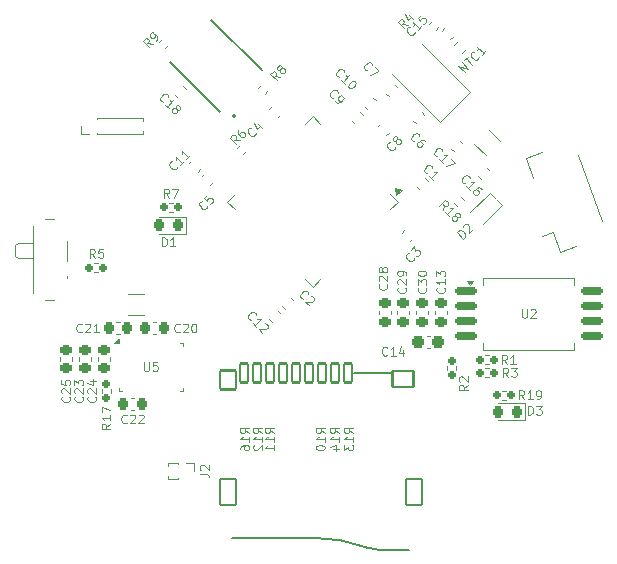
<source format=gto>
G04 #@! TF.GenerationSoftware,KiCad,Pcbnew,8.0.1*
G04 #@! TF.CreationDate,2024-05-30T23:43:01+05:00*
G04 #@! TF.ProjectId,6_layer_MCU,365f6c61-7965-4725-9f4d-43552e6b6963,rev?*
G04 #@! TF.SameCoordinates,Original*
G04 #@! TF.FileFunction,Legend,Top*
G04 #@! TF.FilePolarity,Positive*
%FSLAX46Y46*%
G04 Gerber Fmt 4.6, Leading zero omitted, Abs format (unit mm)*
G04 Created by KiCad (PCBNEW 8.0.1) date 2024-05-30 23:43:01*
%MOMM*%
%LPD*%
G01*
G04 APERTURE LIST*
G04 Aperture macros list*
%AMRoundRect*
0 Rectangle with rounded corners*
0 $1 Rounding radius*
0 $2 $3 $4 $5 $6 $7 $8 $9 X,Y pos of 4 corners*
0 Add a 4 corners polygon primitive as box body*
4,1,4,$2,$3,$4,$5,$6,$7,$8,$9,$2,$3,0*
0 Add four circle primitives for the rounded corners*
1,1,$1+$1,$2,$3*
1,1,$1+$1,$4,$5*
1,1,$1+$1,$6,$7*
1,1,$1+$1,$8,$9*
0 Add four rect primitives between the rounded corners*
20,1,$1+$1,$2,$3,$4,$5,0*
20,1,$1+$1,$4,$5,$6,$7,0*
20,1,$1+$1,$6,$7,$8,$9,0*
20,1,$1+$1,$8,$9,$2,$3,0*%
%AMRotRect*
0 Rectangle, with rotation*
0 The origin of the aperture is its center*
0 $1 length*
0 $2 width*
0 $3 Rotation angle, in degrees counterclockwise*
0 Add horizontal line*
21,1,$1,$2,0,0,$3*%
G04 Aperture macros list end*
%ADD10C,0.100000*%
%ADD11C,0.120000*%
%ADD12C,0.127000*%
%ADD13C,0.200000*%
%ADD14RoundRect,0.225000X-0.335876X-0.017678X-0.017678X-0.335876X0.335876X0.017678X0.017678X0.335876X0*%
%ADD15RoundRect,0.225000X0.250000X-0.225000X0.250000X0.225000X-0.250000X0.225000X-0.250000X-0.225000X0*%
%ADD16RoundRect,0.225000X-0.017678X0.335876X-0.335876X0.017678X0.017678X-0.335876X0.335876X-0.017678X0*%
%ADD17RoundRect,0.225000X0.017678X-0.335876X0.335876X-0.017678X-0.017678X0.335876X-0.335876X0.017678X0*%
%ADD18R,0.254000X0.675000*%
%ADD19R,0.675000X0.254000*%
%ADD20RoundRect,0.160000X0.197500X0.160000X-0.197500X0.160000X-0.197500X-0.160000X0.197500X-0.160000X0*%
%ADD21RoundRect,0.218750X-0.026517X0.335876X-0.335876X0.026517X0.026517X-0.335876X0.335876X-0.026517X0*%
%ADD22RoundRect,0.150000X0.709088X0.098460X0.606482X0.380368X-0.709088X-0.098460X-0.606482X-0.380368X0*%
%ADD23RoundRect,0.250000X1.119167X0.141299X0.948157X0.611145X-1.119167X-0.141299X-0.948157X-0.611145X0*%
%ADD24RoundRect,0.160000X0.252791X-0.026517X-0.026517X0.252791X-0.252791X0.026517X0.026517X-0.252791X0*%
%ADD25RoundRect,0.225000X0.335876X0.017678X0.017678X0.335876X-0.335876X-0.017678X-0.017678X-0.335876X0*%
%ADD26RoundRect,0.225000X-0.225000X-0.250000X0.225000X-0.250000X0.225000X0.250000X-0.225000X0.250000X0*%
%ADD27R,0.850000X0.850000*%
%ADD28O,0.850000X0.850000*%
%ADD29C,2.200000*%
%ADD30RoundRect,0.075000X0.441942X0.548008X-0.548008X-0.441942X-0.441942X-0.548008X0.548008X0.441942X0*%
%ADD31RoundRect,0.075000X-0.441942X0.548008X-0.548008X0.441942X0.441942X-0.548008X0.548008X-0.441942X0*%
%ADD32RoundRect,0.200000X-0.053033X0.335876X-0.335876X0.053033X0.053033X-0.335876X0.335876X-0.053033X0*%
%ADD33RoundRect,0.160000X0.160000X-0.197500X0.160000X0.197500X-0.160000X0.197500X-0.160000X-0.197500X0*%
%ADD34RoundRect,0.160000X-0.197500X-0.160000X0.197500X-0.160000X0.197500X0.160000X-0.197500X0.160000X0*%
%ADD35RoundRect,0.160000X-0.026517X-0.252791X0.252791X0.026517X0.026517X0.252791X-0.252791X-0.026517X0*%
%ADD36RotRect,1.000000X1.800000X315.000000*%
%ADD37R,0.800000X1.000000*%
%ADD38C,0.900000*%
%ADD39R,1.500000X0.700000*%
%ADD40RoundRect,0.237500X0.300000X0.237500X-0.300000X0.237500X-0.300000X-0.237500X0.300000X-0.237500X0*%
%ADD41RoundRect,0.160000X-0.160000X0.197500X-0.160000X-0.197500X0.160000X-0.197500X0.160000X0.197500X0*%
%ADD42RoundRect,0.225000X0.225000X0.250000X-0.225000X0.250000X-0.225000X-0.250000X0.225000X-0.250000X0*%
%ADD43RoundRect,0.102000X-0.350000X0.800000X-0.350000X-0.800000X0.350000X-0.800000X0.350000X0.800000X0*%
%ADD44RoundRect,0.102000X-0.700000X0.800000X-0.700000X-0.800000X0.700000X-0.800000X0.700000X0.800000X0*%
%ADD45RoundRect,0.102000X-0.700000X1.100000X-0.700000X-1.100000X0.700000X-1.100000X0.700000X1.100000X0*%
%ADD46RoundRect,0.102000X-0.900000X0.700000X-0.900000X-0.700000X0.900000X-0.700000X0.900000X0.700000X0*%
%ADD47R,1.000000X1.800000*%
%ADD48RoundRect,0.218750X0.218750X0.256250X-0.218750X0.256250X-0.218750X-0.256250X0.218750X-0.256250X0*%
%ADD49RoundRect,0.160000X0.026517X0.252791X-0.252791X-0.026517X-0.026517X-0.252791X0.252791X0.026517X0*%
%ADD50RotRect,2.000000X2.400000X135.000000*%
%ADD51RoundRect,0.225000X-0.250000X0.225000X-0.250000X-0.225000X0.250000X-0.225000X0.250000X0.225000X0*%
%ADD52RoundRect,0.150000X-0.750000X-0.150000X0.750000X-0.150000X0.750000X0.150000X-0.750000X0.150000X0*%
%ADD53RoundRect,0.080500X0.574878X-0.233345X-0.233345X0.574878X-0.574878X0.233345X0.233345X-0.574878X0*%
%ADD54RoundRect,0.102000X2.616295X0.212132X0.212132X2.616295X-2.616295X-0.212132X-0.212132X-2.616295X0*%
%ADD55C,1.000000*%
%ADD56C,0.600000*%
%ADD57C,0.700000*%
G04 APERTURE END LIST*
D10*
X161020455Y-90602767D02*
X160969947Y-90602767D01*
X160969947Y-90602767D02*
X160868932Y-90552260D01*
X160868932Y-90552260D02*
X160818424Y-90501752D01*
X160818424Y-90501752D02*
X160767917Y-90400737D01*
X160767917Y-90400737D02*
X160767917Y-90299722D01*
X160767917Y-90299722D02*
X160793171Y-90223960D01*
X160793171Y-90223960D02*
X160868932Y-90097691D01*
X160868932Y-90097691D02*
X160944693Y-90021930D01*
X160944693Y-90021930D02*
X161070962Y-89946168D01*
X161070962Y-89946168D02*
X161146724Y-89920914D01*
X161146724Y-89920914D02*
X161247739Y-89920914D01*
X161247739Y-89920914D02*
X161348754Y-89971422D01*
X161348754Y-89971422D02*
X161399262Y-90021930D01*
X161399262Y-90021930D02*
X161449770Y-90122945D01*
X161449770Y-90122945D02*
X161449770Y-90173452D01*
X161954846Y-90577513D02*
X161853831Y-90476498D01*
X161853831Y-90476498D02*
X161778069Y-90451244D01*
X161778069Y-90451244D02*
X161727562Y-90451244D01*
X161727562Y-90451244D02*
X161601293Y-90476498D01*
X161601293Y-90476498D02*
X161475023Y-90552260D01*
X161475023Y-90552260D02*
X161272993Y-90754290D01*
X161272993Y-90754290D02*
X161247739Y-90830052D01*
X161247739Y-90830052D02*
X161247739Y-90880559D01*
X161247739Y-90880559D02*
X161272993Y-90956321D01*
X161272993Y-90956321D02*
X161374008Y-91057336D01*
X161374008Y-91057336D02*
X161449770Y-91082590D01*
X161449770Y-91082590D02*
X161500277Y-91082590D01*
X161500277Y-91082590D02*
X161576039Y-91057336D01*
X161576039Y-91057336D02*
X161702308Y-90931067D01*
X161702308Y-90931067D02*
X161727562Y-90855305D01*
X161727562Y-90855305D02*
X161727562Y-90804798D01*
X161727562Y-90804798D02*
X161702308Y-90729036D01*
X161702308Y-90729036D02*
X161601293Y-90628021D01*
X161601293Y-90628021D02*
X161525531Y-90602767D01*
X161525531Y-90602767D02*
X161475023Y-90602767D01*
X161475023Y-90602767D02*
X161399262Y-90628021D01*
X160270335Y-102982143D02*
X160306050Y-103017857D01*
X160306050Y-103017857D02*
X160341764Y-103125000D01*
X160341764Y-103125000D02*
X160341764Y-103196428D01*
X160341764Y-103196428D02*
X160306050Y-103303571D01*
X160306050Y-103303571D02*
X160234621Y-103375000D01*
X160234621Y-103375000D02*
X160163192Y-103410714D01*
X160163192Y-103410714D02*
X160020335Y-103446428D01*
X160020335Y-103446428D02*
X159913192Y-103446428D01*
X159913192Y-103446428D02*
X159770335Y-103410714D01*
X159770335Y-103410714D02*
X159698907Y-103375000D01*
X159698907Y-103375000D02*
X159627478Y-103303571D01*
X159627478Y-103303571D02*
X159591764Y-103196428D01*
X159591764Y-103196428D02*
X159591764Y-103125000D01*
X159591764Y-103125000D02*
X159627478Y-103017857D01*
X159627478Y-103017857D02*
X159663192Y-102982143D01*
X159663192Y-102696428D02*
X159627478Y-102660714D01*
X159627478Y-102660714D02*
X159591764Y-102589286D01*
X159591764Y-102589286D02*
X159591764Y-102410714D01*
X159591764Y-102410714D02*
X159627478Y-102339286D01*
X159627478Y-102339286D02*
X159663192Y-102303571D01*
X159663192Y-102303571D02*
X159734621Y-102267857D01*
X159734621Y-102267857D02*
X159806050Y-102267857D01*
X159806050Y-102267857D02*
X159913192Y-102303571D01*
X159913192Y-102303571D02*
X160341764Y-102732143D01*
X160341764Y-102732143D02*
X160341764Y-102267857D01*
X160341764Y-101910714D02*
X160341764Y-101767857D01*
X160341764Y-101767857D02*
X160306050Y-101696428D01*
X160306050Y-101696428D02*
X160270335Y-101660714D01*
X160270335Y-101660714D02*
X160163192Y-101589285D01*
X160163192Y-101589285D02*
X160020335Y-101553571D01*
X160020335Y-101553571D02*
X159734621Y-101553571D01*
X159734621Y-101553571D02*
X159663192Y-101589285D01*
X159663192Y-101589285D02*
X159627478Y-101625000D01*
X159627478Y-101625000D02*
X159591764Y-101696428D01*
X159591764Y-101696428D02*
X159591764Y-101839285D01*
X159591764Y-101839285D02*
X159627478Y-101910714D01*
X159627478Y-101910714D02*
X159663192Y-101946428D01*
X159663192Y-101946428D02*
X159734621Y-101982142D01*
X159734621Y-101982142D02*
X159913192Y-101982142D01*
X159913192Y-101982142D02*
X159984621Y-101946428D01*
X159984621Y-101946428D02*
X160020335Y-101910714D01*
X160020335Y-101910714D02*
X160056050Y-101839285D01*
X160056050Y-101839285D02*
X160056050Y-101696428D01*
X160056050Y-101696428D02*
X160020335Y-101625000D01*
X160020335Y-101625000D02*
X159984621Y-101589285D01*
X159984621Y-101589285D02*
X159913192Y-101553571D01*
X140950229Y-92732082D02*
X140950229Y-92782590D01*
X140950229Y-92782590D02*
X140899721Y-92883605D01*
X140899721Y-92883605D02*
X140849214Y-92934113D01*
X140849214Y-92934113D02*
X140748199Y-92984621D01*
X140748199Y-92984621D02*
X140647183Y-92984621D01*
X140647183Y-92984621D02*
X140571422Y-92959367D01*
X140571422Y-92959367D02*
X140445153Y-92883605D01*
X140445153Y-92883605D02*
X140369391Y-92807844D01*
X140369391Y-92807844D02*
X140293630Y-92681575D01*
X140293630Y-92681575D02*
X140268376Y-92605813D01*
X140268376Y-92605813D02*
X140268376Y-92504798D01*
X140268376Y-92504798D02*
X140318884Y-92403783D01*
X140318884Y-92403783D02*
X140369391Y-92353275D01*
X140369391Y-92353275D02*
X140470407Y-92302768D01*
X140470407Y-92302768D02*
X140520914Y-92302768D01*
X141505813Y-92277514D02*
X141202767Y-92580560D01*
X141354290Y-92429037D02*
X140823960Y-91898707D01*
X140823960Y-91898707D02*
X140849214Y-92024976D01*
X140849214Y-92024976D02*
X140849214Y-92125991D01*
X140849214Y-92125991D02*
X140823960Y-92201752D01*
X142010889Y-91772437D02*
X141707844Y-92075483D01*
X141859367Y-91923960D02*
X141329036Y-91393630D01*
X141329036Y-91393630D02*
X141354290Y-91519899D01*
X141354290Y-91519899D02*
X141354290Y-91620914D01*
X141354290Y-91620914D02*
X141329036Y-91696676D01*
X132920335Y-112219643D02*
X132956050Y-112255357D01*
X132956050Y-112255357D02*
X132991764Y-112362500D01*
X132991764Y-112362500D02*
X132991764Y-112433928D01*
X132991764Y-112433928D02*
X132956050Y-112541071D01*
X132956050Y-112541071D02*
X132884621Y-112612500D01*
X132884621Y-112612500D02*
X132813192Y-112648214D01*
X132813192Y-112648214D02*
X132670335Y-112683928D01*
X132670335Y-112683928D02*
X132563192Y-112683928D01*
X132563192Y-112683928D02*
X132420335Y-112648214D01*
X132420335Y-112648214D02*
X132348907Y-112612500D01*
X132348907Y-112612500D02*
X132277478Y-112541071D01*
X132277478Y-112541071D02*
X132241764Y-112433928D01*
X132241764Y-112433928D02*
X132241764Y-112362500D01*
X132241764Y-112362500D02*
X132277478Y-112255357D01*
X132277478Y-112255357D02*
X132313192Y-112219643D01*
X132313192Y-111933928D02*
X132277478Y-111898214D01*
X132277478Y-111898214D02*
X132241764Y-111826786D01*
X132241764Y-111826786D02*
X132241764Y-111648214D01*
X132241764Y-111648214D02*
X132277478Y-111576786D01*
X132277478Y-111576786D02*
X132313192Y-111541071D01*
X132313192Y-111541071D02*
X132384621Y-111505357D01*
X132384621Y-111505357D02*
X132456050Y-111505357D01*
X132456050Y-111505357D02*
X132563192Y-111541071D01*
X132563192Y-111541071D02*
X132991764Y-111969643D01*
X132991764Y-111969643D02*
X132991764Y-111505357D01*
X132241764Y-111255357D02*
X132241764Y-110791071D01*
X132241764Y-110791071D02*
X132527478Y-111041071D01*
X132527478Y-111041071D02*
X132527478Y-110933928D01*
X132527478Y-110933928D02*
X132563192Y-110862500D01*
X132563192Y-110862500D02*
X132598907Y-110826785D01*
X132598907Y-110826785D02*
X132670335Y-110791071D01*
X132670335Y-110791071D02*
X132848907Y-110791071D01*
X132848907Y-110791071D02*
X132920335Y-110826785D01*
X132920335Y-110826785D02*
X132956050Y-110862500D01*
X132956050Y-110862500D02*
X132991764Y-110933928D01*
X132991764Y-110933928D02*
X132991764Y-111148214D01*
X132991764Y-111148214D02*
X132956050Y-111219642D01*
X132956050Y-111219642D02*
X132920335Y-111255357D01*
X139767917Y-87250229D02*
X139717409Y-87250229D01*
X139717409Y-87250229D02*
X139616394Y-87199721D01*
X139616394Y-87199721D02*
X139565886Y-87149214D01*
X139565886Y-87149214D02*
X139515378Y-87048199D01*
X139515378Y-87048199D02*
X139515378Y-86947183D01*
X139515378Y-86947183D02*
X139540632Y-86871422D01*
X139540632Y-86871422D02*
X139616394Y-86745153D01*
X139616394Y-86745153D02*
X139692155Y-86669391D01*
X139692155Y-86669391D02*
X139818424Y-86593630D01*
X139818424Y-86593630D02*
X139894186Y-86568376D01*
X139894186Y-86568376D02*
X139995201Y-86568376D01*
X139995201Y-86568376D02*
X140096216Y-86618884D01*
X140096216Y-86618884D02*
X140146724Y-86669391D01*
X140146724Y-86669391D02*
X140197231Y-86770407D01*
X140197231Y-86770407D02*
X140197231Y-86820914D01*
X140222485Y-87805813D02*
X139919439Y-87502767D01*
X140070962Y-87654290D02*
X140601292Y-87123960D01*
X140601292Y-87123960D02*
X140475023Y-87149214D01*
X140475023Y-87149214D02*
X140374008Y-87149214D01*
X140374008Y-87149214D02*
X140298247Y-87123960D01*
X140828577Y-87805813D02*
X140803323Y-87730052D01*
X140803323Y-87730052D02*
X140803323Y-87679544D01*
X140803323Y-87679544D02*
X140828577Y-87603783D01*
X140828577Y-87603783D02*
X140853831Y-87578529D01*
X140853831Y-87578529D02*
X140929592Y-87553275D01*
X140929592Y-87553275D02*
X140980100Y-87553275D01*
X140980100Y-87553275D02*
X141055861Y-87578529D01*
X141055861Y-87578529D02*
X141156877Y-87679544D01*
X141156877Y-87679544D02*
X141182130Y-87755306D01*
X141182130Y-87755306D02*
X141182130Y-87805813D01*
X141182130Y-87805813D02*
X141156877Y-87881575D01*
X141156877Y-87881575D02*
X141131623Y-87906828D01*
X141131623Y-87906828D02*
X141055861Y-87932082D01*
X141055861Y-87932082D02*
X141005354Y-87932082D01*
X141005354Y-87932082D02*
X140929592Y-87906828D01*
X140929592Y-87906828D02*
X140828577Y-87805813D01*
X140828577Y-87805813D02*
X140752816Y-87780559D01*
X140752816Y-87780559D02*
X140702308Y-87780559D01*
X140702308Y-87780559D02*
X140626546Y-87805813D01*
X140626546Y-87805813D02*
X140525531Y-87906828D01*
X140525531Y-87906828D02*
X140500277Y-87982590D01*
X140500277Y-87982590D02*
X140500277Y-88033097D01*
X140500277Y-88033097D02*
X140525531Y-88108859D01*
X140525531Y-88108859D02*
X140626546Y-88209874D01*
X140626546Y-88209874D02*
X140702308Y-88235128D01*
X140702308Y-88235128D02*
X140752816Y-88235128D01*
X140752816Y-88235128D02*
X140828577Y-88209874D01*
X140828577Y-88209874D02*
X140929592Y-88108859D01*
X140929592Y-88108859D02*
X140954846Y-88033097D01*
X140954846Y-88033097D02*
X140954846Y-87982590D01*
X140954846Y-87982590D02*
X140929592Y-87906828D01*
X143502767Y-96079544D02*
X143502767Y-96130052D01*
X143502767Y-96130052D02*
X143452260Y-96231067D01*
X143452260Y-96231067D02*
X143401752Y-96281575D01*
X143401752Y-96281575D02*
X143300737Y-96332082D01*
X143300737Y-96332082D02*
X143199722Y-96332082D01*
X143199722Y-96332082D02*
X143123960Y-96306828D01*
X143123960Y-96306828D02*
X142997691Y-96231067D01*
X142997691Y-96231067D02*
X142921930Y-96155306D01*
X142921930Y-96155306D02*
X142846168Y-96029037D01*
X142846168Y-96029037D02*
X142820914Y-95953275D01*
X142820914Y-95953275D02*
X142820914Y-95852260D01*
X142820914Y-95852260D02*
X142871422Y-95751245D01*
X142871422Y-95751245D02*
X142921930Y-95700737D01*
X142921930Y-95700737D02*
X143022945Y-95650229D01*
X143022945Y-95650229D02*
X143073452Y-95650229D01*
X143502767Y-95119899D02*
X143250229Y-95372437D01*
X143250229Y-95372437D02*
X143477513Y-95650229D01*
X143477513Y-95650229D02*
X143477513Y-95599722D01*
X143477513Y-95599722D02*
X143502767Y-95523960D01*
X143502767Y-95523960D02*
X143629036Y-95397691D01*
X143629036Y-95397691D02*
X143704798Y-95372437D01*
X143704798Y-95372437D02*
X143755305Y-95372437D01*
X143755305Y-95372437D02*
X143831067Y-95397691D01*
X143831067Y-95397691D02*
X143957336Y-95523960D01*
X143957336Y-95523960D02*
X143982590Y-95599722D01*
X143982590Y-95599722D02*
X143982590Y-95650229D01*
X143982590Y-95650229D02*
X143957336Y-95725991D01*
X143957336Y-95725991D02*
X143831067Y-95852260D01*
X143831067Y-95852260D02*
X143755305Y-95877514D01*
X143755305Y-95877514D02*
X143704798Y-95877514D01*
X138128571Y-109291764D02*
X138128571Y-109898907D01*
X138128571Y-109898907D02*
X138164285Y-109970335D01*
X138164285Y-109970335D02*
X138200000Y-110006050D01*
X138200000Y-110006050D02*
X138271428Y-110041764D01*
X138271428Y-110041764D02*
X138414285Y-110041764D01*
X138414285Y-110041764D02*
X138485714Y-110006050D01*
X138485714Y-110006050D02*
X138521428Y-109970335D01*
X138521428Y-109970335D02*
X138557142Y-109898907D01*
X138557142Y-109898907D02*
X138557142Y-109291764D01*
X139271428Y-109291764D02*
X138914285Y-109291764D01*
X138914285Y-109291764D02*
X138878571Y-109648907D01*
X138878571Y-109648907D02*
X138914285Y-109613192D01*
X138914285Y-109613192D02*
X138985714Y-109577478D01*
X138985714Y-109577478D02*
X139164285Y-109577478D01*
X139164285Y-109577478D02*
X139235714Y-109613192D01*
X139235714Y-109613192D02*
X139271428Y-109648907D01*
X139271428Y-109648907D02*
X139307142Y-109720335D01*
X139307142Y-109720335D02*
X139307142Y-109898907D01*
X139307142Y-109898907D02*
X139271428Y-109970335D01*
X139271428Y-109970335D02*
X139235714Y-110006050D01*
X139235714Y-110006050D02*
X139164285Y-110041764D01*
X139164285Y-110041764D02*
X138985714Y-110041764D01*
X138985714Y-110041764D02*
X138914285Y-110006050D01*
X138914285Y-110006050D02*
X138878571Y-109970335D01*
X168874999Y-109441764D02*
X168624999Y-109084621D01*
X168446428Y-109441764D02*
X168446428Y-108691764D01*
X168446428Y-108691764D02*
X168732142Y-108691764D01*
X168732142Y-108691764D02*
X168803571Y-108727478D01*
X168803571Y-108727478D02*
X168839285Y-108763192D01*
X168839285Y-108763192D02*
X168874999Y-108834621D01*
X168874999Y-108834621D02*
X168874999Y-108941764D01*
X168874999Y-108941764D02*
X168839285Y-109013192D01*
X168839285Y-109013192D02*
X168803571Y-109048907D01*
X168803571Y-109048907D02*
X168732142Y-109084621D01*
X168732142Y-109084621D02*
X168446428Y-109084621D01*
X169589285Y-109441764D02*
X169160714Y-109441764D01*
X169374999Y-109441764D02*
X169374999Y-108691764D01*
X169374999Y-108691764D02*
X169303571Y-108798907D01*
X169303571Y-108798907D02*
X169232142Y-108870335D01*
X169232142Y-108870335D02*
X169160714Y-108906050D01*
X165150229Y-98833098D02*
X164619899Y-98302767D01*
X164619899Y-98302767D02*
X164746168Y-98176498D01*
X164746168Y-98176498D02*
X164847183Y-98125991D01*
X164847183Y-98125991D02*
X164948199Y-98125991D01*
X164948199Y-98125991D02*
X165023960Y-98151245D01*
X165023960Y-98151245D02*
X165150229Y-98227006D01*
X165150229Y-98227006D02*
X165225991Y-98302767D01*
X165225991Y-98302767D02*
X165301752Y-98429037D01*
X165301752Y-98429037D02*
X165327006Y-98504798D01*
X165327006Y-98504798D02*
X165327006Y-98605813D01*
X165327006Y-98605813D02*
X165276498Y-98706828D01*
X165276498Y-98706828D02*
X165150229Y-98833098D01*
X165175483Y-97848199D02*
X165175483Y-97797691D01*
X165175483Y-97797691D02*
X165200737Y-97721930D01*
X165200737Y-97721930D02*
X165327006Y-97595661D01*
X165327006Y-97595661D02*
X165402767Y-97570407D01*
X165402767Y-97570407D02*
X165453275Y-97570407D01*
X165453275Y-97570407D02*
X165529036Y-97595661D01*
X165529036Y-97595661D02*
X165579544Y-97646168D01*
X165579544Y-97646168D02*
X165630052Y-97747184D01*
X165630052Y-97747184D02*
X165630052Y-98353275D01*
X165630052Y-98353275D02*
X165958351Y-98024976D01*
X163417409Y-96400737D02*
X163493170Y-95971422D01*
X163114363Y-96097691D02*
X163644693Y-95567361D01*
X163644693Y-95567361D02*
X163846724Y-95769391D01*
X163846724Y-95769391D02*
X163871978Y-95845153D01*
X163871978Y-95845153D02*
X163871978Y-95895660D01*
X163871978Y-95895660D02*
X163846724Y-95971422D01*
X163846724Y-95971422D02*
X163770962Y-96047183D01*
X163770962Y-96047183D02*
X163695201Y-96072437D01*
X163695201Y-96072437D02*
X163644693Y-96072437D01*
X163644693Y-96072437D02*
X163568932Y-96047183D01*
X163568932Y-96047183D02*
X163366901Y-95845153D01*
X163922485Y-96905813D02*
X163619439Y-96602767D01*
X163770962Y-96754290D02*
X164301292Y-96223960D01*
X164301292Y-96223960D02*
X164175023Y-96249214D01*
X164175023Y-96249214D02*
X164074008Y-96249214D01*
X164074008Y-96249214D02*
X163998247Y-96223960D01*
X164528577Y-96905813D02*
X164503323Y-96830052D01*
X164503323Y-96830052D02*
X164503323Y-96779544D01*
X164503323Y-96779544D02*
X164528577Y-96703783D01*
X164528577Y-96703783D02*
X164553831Y-96678529D01*
X164553831Y-96678529D02*
X164629592Y-96653275D01*
X164629592Y-96653275D02*
X164680100Y-96653275D01*
X164680100Y-96653275D02*
X164755861Y-96678529D01*
X164755861Y-96678529D02*
X164856877Y-96779544D01*
X164856877Y-96779544D02*
X164882130Y-96855306D01*
X164882130Y-96855306D02*
X164882130Y-96905813D01*
X164882130Y-96905813D02*
X164856877Y-96981575D01*
X164856877Y-96981575D02*
X164831623Y-97006828D01*
X164831623Y-97006828D02*
X164755861Y-97032082D01*
X164755861Y-97032082D02*
X164705354Y-97032082D01*
X164705354Y-97032082D02*
X164629592Y-97006828D01*
X164629592Y-97006828D02*
X164528577Y-96905813D01*
X164528577Y-96905813D02*
X164452816Y-96880559D01*
X164452816Y-96880559D02*
X164402308Y-96880559D01*
X164402308Y-96880559D02*
X164326546Y-96905813D01*
X164326546Y-96905813D02*
X164225531Y-97006828D01*
X164225531Y-97006828D02*
X164200277Y-97082590D01*
X164200277Y-97082590D02*
X164200277Y-97133097D01*
X164200277Y-97133097D02*
X164225531Y-97208859D01*
X164225531Y-97208859D02*
X164326546Y-97309874D01*
X164326546Y-97309874D02*
X164402308Y-97335128D01*
X164402308Y-97335128D02*
X164452816Y-97335128D01*
X164452816Y-97335128D02*
X164528577Y-97309874D01*
X164528577Y-97309874D02*
X164629592Y-97208859D01*
X164629592Y-97208859D02*
X164654846Y-97133097D01*
X164654846Y-97133097D02*
X164654846Y-97082590D01*
X164654846Y-97082590D02*
X164629592Y-97006828D01*
X161002767Y-100479544D02*
X161002767Y-100530052D01*
X161002767Y-100530052D02*
X160952260Y-100631067D01*
X160952260Y-100631067D02*
X160901752Y-100681575D01*
X160901752Y-100681575D02*
X160800737Y-100732082D01*
X160800737Y-100732082D02*
X160699722Y-100732082D01*
X160699722Y-100732082D02*
X160623960Y-100706828D01*
X160623960Y-100706828D02*
X160497691Y-100631067D01*
X160497691Y-100631067D02*
X160421930Y-100555306D01*
X160421930Y-100555306D02*
X160346168Y-100429037D01*
X160346168Y-100429037D02*
X160320914Y-100353275D01*
X160320914Y-100353275D02*
X160320914Y-100252260D01*
X160320914Y-100252260D02*
X160371422Y-100151245D01*
X160371422Y-100151245D02*
X160421930Y-100100737D01*
X160421930Y-100100737D02*
X160522945Y-100050229D01*
X160522945Y-100050229D02*
X160573452Y-100050229D01*
X160699722Y-99822945D02*
X161028021Y-99494645D01*
X161028021Y-99494645D02*
X161053275Y-99873453D01*
X161053275Y-99873453D02*
X161129036Y-99797691D01*
X161129036Y-99797691D02*
X161204798Y-99772437D01*
X161204798Y-99772437D02*
X161255305Y-99772437D01*
X161255305Y-99772437D02*
X161331067Y-99797691D01*
X161331067Y-99797691D02*
X161457336Y-99923960D01*
X161457336Y-99923960D02*
X161482590Y-99999722D01*
X161482590Y-99999722D02*
X161482590Y-100050229D01*
X161482590Y-100050229D02*
X161457336Y-100125991D01*
X161457336Y-100125991D02*
X161305813Y-100277514D01*
X161305813Y-100277514D02*
X161230052Y-100302767D01*
X161230052Y-100302767D02*
X161179544Y-100302767D01*
X161970335Y-102982142D02*
X162006050Y-103017856D01*
X162006050Y-103017856D02*
X162041764Y-103124999D01*
X162041764Y-103124999D02*
X162041764Y-103196427D01*
X162041764Y-103196427D02*
X162006050Y-103303570D01*
X162006050Y-103303570D02*
X161934621Y-103374999D01*
X161934621Y-103374999D02*
X161863192Y-103410713D01*
X161863192Y-103410713D02*
X161720335Y-103446427D01*
X161720335Y-103446427D02*
X161613192Y-103446427D01*
X161613192Y-103446427D02*
X161470335Y-103410713D01*
X161470335Y-103410713D02*
X161398907Y-103374999D01*
X161398907Y-103374999D02*
X161327478Y-103303570D01*
X161327478Y-103303570D02*
X161291764Y-103196427D01*
X161291764Y-103196427D02*
X161291764Y-103124999D01*
X161291764Y-103124999D02*
X161327478Y-103017856D01*
X161327478Y-103017856D02*
X161363192Y-102982142D01*
X161291764Y-102732142D02*
X161291764Y-102267856D01*
X161291764Y-102267856D02*
X161577478Y-102517856D01*
X161577478Y-102517856D02*
X161577478Y-102410713D01*
X161577478Y-102410713D02*
X161613192Y-102339285D01*
X161613192Y-102339285D02*
X161648907Y-102303570D01*
X161648907Y-102303570D02*
X161720335Y-102267856D01*
X161720335Y-102267856D02*
X161898907Y-102267856D01*
X161898907Y-102267856D02*
X161970335Y-102303570D01*
X161970335Y-102303570D02*
X162006050Y-102339285D01*
X162006050Y-102339285D02*
X162041764Y-102410713D01*
X162041764Y-102410713D02*
X162041764Y-102624999D01*
X162041764Y-102624999D02*
X162006050Y-102696427D01*
X162006050Y-102696427D02*
X161970335Y-102732142D01*
X161291764Y-101803570D02*
X161291764Y-101732141D01*
X161291764Y-101732141D02*
X161327478Y-101660713D01*
X161327478Y-101660713D02*
X161363192Y-101624999D01*
X161363192Y-101624999D02*
X161434621Y-101589284D01*
X161434621Y-101589284D02*
X161577478Y-101553570D01*
X161577478Y-101553570D02*
X161756050Y-101553570D01*
X161756050Y-101553570D02*
X161898907Y-101589284D01*
X161898907Y-101589284D02*
X161970335Y-101624999D01*
X161970335Y-101624999D02*
X162006050Y-101660713D01*
X162006050Y-101660713D02*
X162041764Y-101732141D01*
X162041764Y-101732141D02*
X162041764Y-101803570D01*
X162041764Y-101803570D02*
X162006050Y-101874999D01*
X162006050Y-101874999D02*
X161970335Y-101910713D01*
X161970335Y-101910713D02*
X161898907Y-101946427D01*
X161898907Y-101946427D02*
X161756050Y-101982141D01*
X161756050Y-101982141D02*
X161577478Y-101982141D01*
X161577478Y-101982141D02*
X161434621Y-101946427D01*
X161434621Y-101946427D02*
X161363192Y-101910713D01*
X161363192Y-101910713D02*
X161327478Y-101874999D01*
X161327478Y-101874999D02*
X161291764Y-101803570D01*
X162967917Y-91861392D02*
X162917409Y-91861392D01*
X162917409Y-91861392D02*
X162816394Y-91810884D01*
X162816394Y-91810884D02*
X162765886Y-91760377D01*
X162765886Y-91760377D02*
X162715378Y-91659362D01*
X162715378Y-91659362D02*
X162715378Y-91558346D01*
X162715378Y-91558346D02*
X162740632Y-91482585D01*
X162740632Y-91482585D02*
X162816394Y-91356316D01*
X162816394Y-91356316D02*
X162892155Y-91280554D01*
X162892155Y-91280554D02*
X163018424Y-91204793D01*
X163018424Y-91204793D02*
X163094186Y-91179539D01*
X163094186Y-91179539D02*
X163195201Y-91179539D01*
X163195201Y-91179539D02*
X163296216Y-91230047D01*
X163296216Y-91230047D02*
X163346724Y-91280554D01*
X163346724Y-91280554D02*
X163397231Y-91381570D01*
X163397231Y-91381570D02*
X163397231Y-91432077D01*
X163422485Y-92416976D02*
X163119439Y-92113930D01*
X163270962Y-92265453D02*
X163801292Y-91735123D01*
X163801292Y-91735123D02*
X163675023Y-91760377D01*
X163675023Y-91760377D02*
X163574008Y-91760377D01*
X163574008Y-91760377D02*
X163498247Y-91735123D01*
X164129592Y-92063423D02*
X164483146Y-92416976D01*
X164483146Y-92416976D02*
X163725531Y-92720022D01*
X136667856Y-114407835D02*
X136632142Y-114443550D01*
X136632142Y-114443550D02*
X136524999Y-114479264D01*
X136524999Y-114479264D02*
X136453571Y-114479264D01*
X136453571Y-114479264D02*
X136346428Y-114443550D01*
X136346428Y-114443550D02*
X136274999Y-114372121D01*
X136274999Y-114372121D02*
X136239285Y-114300692D01*
X136239285Y-114300692D02*
X136203571Y-114157835D01*
X136203571Y-114157835D02*
X136203571Y-114050692D01*
X136203571Y-114050692D02*
X136239285Y-113907835D01*
X136239285Y-113907835D02*
X136274999Y-113836407D01*
X136274999Y-113836407D02*
X136346428Y-113764978D01*
X136346428Y-113764978D02*
X136453571Y-113729264D01*
X136453571Y-113729264D02*
X136524999Y-113729264D01*
X136524999Y-113729264D02*
X136632142Y-113764978D01*
X136632142Y-113764978D02*
X136667856Y-113800692D01*
X136953571Y-113800692D02*
X136989285Y-113764978D01*
X136989285Y-113764978D02*
X137060714Y-113729264D01*
X137060714Y-113729264D02*
X137239285Y-113729264D01*
X137239285Y-113729264D02*
X137310714Y-113764978D01*
X137310714Y-113764978D02*
X137346428Y-113800692D01*
X137346428Y-113800692D02*
X137382142Y-113872121D01*
X137382142Y-113872121D02*
X137382142Y-113943550D01*
X137382142Y-113943550D02*
X137346428Y-114050692D01*
X137346428Y-114050692D02*
X136917856Y-114479264D01*
X136917856Y-114479264D02*
X137382142Y-114479264D01*
X137667857Y-113800692D02*
X137703571Y-113764978D01*
X137703571Y-113764978D02*
X137775000Y-113729264D01*
X137775000Y-113729264D02*
X137953571Y-113729264D01*
X137953571Y-113729264D02*
X138025000Y-113764978D01*
X138025000Y-113764978D02*
X138060714Y-113800692D01*
X138060714Y-113800692D02*
X138096428Y-113872121D01*
X138096428Y-113872121D02*
X138096428Y-113943550D01*
X138096428Y-113943550D02*
X138060714Y-114050692D01*
X138060714Y-114050692D02*
X137632142Y-114479264D01*
X137632142Y-114479264D02*
X138096428Y-114479264D01*
X154120455Y-86902767D02*
X154069947Y-86902767D01*
X154069947Y-86902767D02*
X153968932Y-86852260D01*
X153968932Y-86852260D02*
X153918424Y-86801752D01*
X153918424Y-86801752D02*
X153867917Y-86700737D01*
X153867917Y-86700737D02*
X153867917Y-86599722D01*
X153867917Y-86599722D02*
X153893171Y-86523960D01*
X153893171Y-86523960D02*
X153968932Y-86397691D01*
X153968932Y-86397691D02*
X154044693Y-86321930D01*
X154044693Y-86321930D02*
X154170962Y-86246168D01*
X154170962Y-86246168D02*
X154246724Y-86220914D01*
X154246724Y-86220914D02*
X154347739Y-86220914D01*
X154347739Y-86220914D02*
X154448754Y-86271422D01*
X154448754Y-86271422D02*
X154499262Y-86321930D01*
X154499262Y-86321930D02*
X154549770Y-86422945D01*
X154549770Y-86422945D02*
X154549770Y-86473452D01*
X154322485Y-87205813D02*
X154423501Y-87306828D01*
X154423501Y-87306828D02*
X154499262Y-87332082D01*
X154499262Y-87332082D02*
X154549770Y-87332082D01*
X154549770Y-87332082D02*
X154676039Y-87306828D01*
X154676039Y-87306828D02*
X154802308Y-87231067D01*
X154802308Y-87231067D02*
X155004338Y-87029036D01*
X155004338Y-87029036D02*
X155029592Y-86953275D01*
X155029592Y-86953275D02*
X155029592Y-86902767D01*
X155029592Y-86902767D02*
X155004338Y-86827006D01*
X155004338Y-86827006D02*
X154903323Y-86725991D01*
X154903323Y-86725991D02*
X154827562Y-86700737D01*
X154827562Y-86700737D02*
X154777054Y-86700737D01*
X154777054Y-86700737D02*
X154701293Y-86725991D01*
X154701293Y-86725991D02*
X154575023Y-86852260D01*
X154575023Y-86852260D02*
X154549770Y-86928021D01*
X154549770Y-86928021D02*
X154549770Y-86978529D01*
X154549770Y-86978529D02*
X154575023Y-87054290D01*
X154575023Y-87054290D02*
X154676039Y-87155305D01*
X154676039Y-87155305D02*
X154751800Y-87180559D01*
X154751800Y-87180559D02*
X154802308Y-87180559D01*
X154802308Y-87180559D02*
X154878069Y-87155305D01*
X159402767Y-91079544D02*
X159402767Y-91130052D01*
X159402767Y-91130052D02*
X159352260Y-91231067D01*
X159352260Y-91231067D02*
X159301752Y-91281575D01*
X159301752Y-91281575D02*
X159200737Y-91332082D01*
X159200737Y-91332082D02*
X159099722Y-91332082D01*
X159099722Y-91332082D02*
X159023960Y-91306828D01*
X159023960Y-91306828D02*
X158897691Y-91231067D01*
X158897691Y-91231067D02*
X158821930Y-91155306D01*
X158821930Y-91155306D02*
X158746168Y-91029037D01*
X158746168Y-91029037D02*
X158720914Y-90953275D01*
X158720914Y-90953275D02*
X158720914Y-90852260D01*
X158720914Y-90852260D02*
X158771422Y-90751245D01*
X158771422Y-90751245D02*
X158821930Y-90700737D01*
X158821930Y-90700737D02*
X158922945Y-90650229D01*
X158922945Y-90650229D02*
X158973452Y-90650229D01*
X159453275Y-90523960D02*
X159377513Y-90549214D01*
X159377513Y-90549214D02*
X159327006Y-90549214D01*
X159327006Y-90549214D02*
X159251244Y-90523960D01*
X159251244Y-90523960D02*
X159225991Y-90498706D01*
X159225991Y-90498706D02*
X159200737Y-90422945D01*
X159200737Y-90422945D02*
X159200737Y-90372437D01*
X159200737Y-90372437D02*
X159225991Y-90296676D01*
X159225991Y-90296676D02*
X159327006Y-90195661D01*
X159327006Y-90195661D02*
X159402767Y-90170407D01*
X159402767Y-90170407D02*
X159453275Y-90170407D01*
X159453275Y-90170407D02*
X159529036Y-90195661D01*
X159529036Y-90195661D02*
X159554290Y-90220915D01*
X159554290Y-90220915D02*
X159579544Y-90296676D01*
X159579544Y-90296676D02*
X159579544Y-90347184D01*
X159579544Y-90347184D02*
X159554290Y-90422945D01*
X159554290Y-90422945D02*
X159453275Y-90523960D01*
X159453275Y-90523960D02*
X159428021Y-90599722D01*
X159428021Y-90599722D02*
X159428021Y-90650229D01*
X159428021Y-90650229D02*
X159453275Y-90725991D01*
X159453275Y-90725991D02*
X159554290Y-90827006D01*
X159554290Y-90827006D02*
X159630052Y-90852260D01*
X159630052Y-90852260D02*
X159680559Y-90852260D01*
X159680559Y-90852260D02*
X159756321Y-90827006D01*
X159756321Y-90827006D02*
X159857336Y-90725991D01*
X159857336Y-90725991D02*
X159882590Y-90650229D01*
X159882590Y-90650229D02*
X159882590Y-90599722D01*
X159882590Y-90599722D02*
X159857336Y-90523960D01*
X159857336Y-90523960D02*
X159756321Y-90422945D01*
X159756321Y-90422945D02*
X159680559Y-90397691D01*
X159680559Y-90397691D02*
X159630052Y-90397691D01*
X159630052Y-90397691D02*
X159554290Y-90422945D01*
X157020455Y-84602767D02*
X156969947Y-84602767D01*
X156969947Y-84602767D02*
X156868932Y-84552260D01*
X156868932Y-84552260D02*
X156818424Y-84501752D01*
X156818424Y-84501752D02*
X156767917Y-84400737D01*
X156767917Y-84400737D02*
X156767917Y-84299722D01*
X156767917Y-84299722D02*
X156793171Y-84223960D01*
X156793171Y-84223960D02*
X156868932Y-84097691D01*
X156868932Y-84097691D02*
X156944693Y-84021930D01*
X156944693Y-84021930D02*
X157070962Y-83946168D01*
X157070962Y-83946168D02*
X157146724Y-83920914D01*
X157146724Y-83920914D02*
X157247739Y-83920914D01*
X157247739Y-83920914D02*
X157348754Y-83971422D01*
X157348754Y-83971422D02*
X157399262Y-84021930D01*
X157399262Y-84021930D02*
X157449770Y-84122945D01*
X157449770Y-84122945D02*
X157449770Y-84173452D01*
X157677054Y-84299722D02*
X158030607Y-84653275D01*
X158030607Y-84653275D02*
X157272993Y-84956321D01*
X165270514Y-84741312D02*
X164740184Y-84210982D01*
X164740184Y-84210982D02*
X165573560Y-84438266D01*
X165573560Y-84438266D02*
X165043230Y-83907936D01*
X165220006Y-83731159D02*
X165523052Y-83428114D01*
X165901859Y-84109967D02*
X165371529Y-83579636D01*
X166482697Y-83428113D02*
X166482697Y-83478621D01*
X166482697Y-83478621D02*
X166432190Y-83579636D01*
X166432190Y-83579636D02*
X166381682Y-83630144D01*
X166381682Y-83630144D02*
X166280667Y-83680651D01*
X166280667Y-83680651D02*
X166179651Y-83680651D01*
X166179651Y-83680651D02*
X166103890Y-83655398D01*
X166103890Y-83655398D02*
X165977621Y-83579636D01*
X165977621Y-83579636D02*
X165901859Y-83503875D01*
X165901859Y-83503875D02*
X165826098Y-83377606D01*
X165826098Y-83377606D02*
X165800844Y-83301844D01*
X165800844Y-83301844D02*
X165800844Y-83200829D01*
X165800844Y-83200829D02*
X165851352Y-83099814D01*
X165851352Y-83099814D02*
X165901859Y-83049306D01*
X165901859Y-83049306D02*
X166002875Y-82998798D01*
X166002875Y-82998798D02*
X166053382Y-82998798D01*
X167038281Y-82973545D02*
X166735235Y-83276590D01*
X166886758Y-83125068D02*
X166356428Y-82594737D01*
X166356428Y-82594737D02*
X166381682Y-82721007D01*
X166381682Y-82721007D02*
X166381682Y-82822022D01*
X166381682Y-82822022D02*
X166356428Y-82897783D01*
X165541764Y-111225000D02*
X165184621Y-111475000D01*
X165541764Y-111653571D02*
X164791764Y-111653571D01*
X164791764Y-111653571D02*
X164791764Y-111367857D01*
X164791764Y-111367857D02*
X164827478Y-111296428D01*
X164827478Y-111296428D02*
X164863192Y-111260714D01*
X164863192Y-111260714D02*
X164934621Y-111225000D01*
X164934621Y-111225000D02*
X165041764Y-111225000D01*
X165041764Y-111225000D02*
X165113192Y-111260714D01*
X165113192Y-111260714D02*
X165148907Y-111296428D01*
X165148907Y-111296428D02*
X165184621Y-111367857D01*
X165184621Y-111367857D02*
X165184621Y-111653571D01*
X164863192Y-110939285D02*
X164827478Y-110903571D01*
X164827478Y-110903571D02*
X164791764Y-110832143D01*
X164791764Y-110832143D02*
X164791764Y-110653571D01*
X164791764Y-110653571D02*
X164827478Y-110582143D01*
X164827478Y-110582143D02*
X164863192Y-110546428D01*
X164863192Y-110546428D02*
X164934621Y-110510714D01*
X164934621Y-110510714D02*
X165006050Y-110510714D01*
X165006050Y-110510714D02*
X165113192Y-110546428D01*
X165113192Y-110546428D02*
X165541764Y-110975000D01*
X165541764Y-110975000D02*
X165541764Y-110510714D01*
X168974999Y-110541764D02*
X168724999Y-110184621D01*
X168546428Y-110541764D02*
X168546428Y-109791764D01*
X168546428Y-109791764D02*
X168832142Y-109791764D01*
X168832142Y-109791764D02*
X168903571Y-109827478D01*
X168903571Y-109827478D02*
X168939285Y-109863192D01*
X168939285Y-109863192D02*
X168974999Y-109934621D01*
X168974999Y-109934621D02*
X168974999Y-110041764D01*
X168974999Y-110041764D02*
X168939285Y-110113192D01*
X168939285Y-110113192D02*
X168903571Y-110148907D01*
X168903571Y-110148907D02*
X168832142Y-110184621D01*
X168832142Y-110184621D02*
X168546428Y-110184621D01*
X169224999Y-109791764D02*
X169689285Y-109791764D01*
X169689285Y-109791764D02*
X169439285Y-110077478D01*
X169439285Y-110077478D02*
X169546428Y-110077478D01*
X169546428Y-110077478D02*
X169617857Y-110113192D01*
X169617857Y-110113192D02*
X169653571Y-110148907D01*
X169653571Y-110148907D02*
X169689285Y-110220335D01*
X169689285Y-110220335D02*
X169689285Y-110398907D01*
X169689285Y-110398907D02*
X169653571Y-110470335D01*
X169653571Y-110470335D02*
X169617857Y-110506050D01*
X169617857Y-110506050D02*
X169546428Y-110541764D01*
X169546428Y-110541764D02*
X169332142Y-110541764D01*
X169332142Y-110541764D02*
X169260714Y-110506050D01*
X169260714Y-110506050D02*
X169224999Y-110470335D01*
X151625481Y-103934495D02*
X151574973Y-103934495D01*
X151574973Y-103934495D02*
X151473958Y-103883988D01*
X151473958Y-103883988D02*
X151423450Y-103833480D01*
X151423450Y-103833480D02*
X151372943Y-103732465D01*
X151372943Y-103732465D02*
X151372943Y-103631450D01*
X151372943Y-103631450D02*
X151398197Y-103555688D01*
X151398197Y-103555688D02*
X151473958Y-103429419D01*
X151473958Y-103429419D02*
X151549719Y-103353658D01*
X151549719Y-103353658D02*
X151675988Y-103277896D01*
X151675988Y-103277896D02*
X151751750Y-103252642D01*
X151751750Y-103252642D02*
X151852765Y-103252642D01*
X151852765Y-103252642D02*
X151953780Y-103303150D01*
X151953780Y-103303150D02*
X152004288Y-103353658D01*
X152004288Y-103353658D02*
X152054796Y-103454673D01*
X152054796Y-103454673D02*
X152054796Y-103505180D01*
X152256826Y-103707211D02*
X152307334Y-103707211D01*
X152307334Y-103707211D02*
X152383095Y-103732465D01*
X152383095Y-103732465D02*
X152509364Y-103858734D01*
X152509364Y-103858734D02*
X152534618Y-103934495D01*
X152534618Y-103934495D02*
X152534618Y-103985003D01*
X152534618Y-103985003D02*
X152509364Y-104060764D01*
X152509364Y-104060764D02*
X152458857Y-104111272D01*
X152458857Y-104111272D02*
X152357841Y-104161780D01*
X152357841Y-104161780D02*
X151751750Y-104161780D01*
X151751750Y-104161780D02*
X152080049Y-104490079D01*
X149653275Y-85130052D02*
X149223960Y-85054290D01*
X149350229Y-85433098D02*
X148819899Y-84902767D01*
X148819899Y-84902767D02*
X149021930Y-84700737D01*
X149021930Y-84700737D02*
X149097691Y-84675483D01*
X149097691Y-84675483D02*
X149148199Y-84675483D01*
X149148199Y-84675483D02*
X149223960Y-84700737D01*
X149223960Y-84700737D02*
X149299722Y-84776498D01*
X149299722Y-84776498D02*
X149324975Y-84852260D01*
X149324975Y-84852260D02*
X149324975Y-84902767D01*
X149324975Y-84902767D02*
X149299722Y-84978529D01*
X149299722Y-84978529D02*
X149097691Y-85180559D01*
X149653275Y-84523960D02*
X149577513Y-84549214D01*
X149577513Y-84549214D02*
X149527006Y-84549214D01*
X149527006Y-84549214D02*
X149451244Y-84523960D01*
X149451244Y-84523960D02*
X149425991Y-84498706D01*
X149425991Y-84498706D02*
X149400737Y-84422945D01*
X149400737Y-84422945D02*
X149400737Y-84372437D01*
X149400737Y-84372437D02*
X149425991Y-84296676D01*
X149425991Y-84296676D02*
X149527006Y-84195661D01*
X149527006Y-84195661D02*
X149602767Y-84170407D01*
X149602767Y-84170407D02*
X149653275Y-84170407D01*
X149653275Y-84170407D02*
X149729036Y-84195661D01*
X149729036Y-84195661D02*
X149754290Y-84220915D01*
X149754290Y-84220915D02*
X149779544Y-84296676D01*
X149779544Y-84296676D02*
X149779544Y-84347184D01*
X149779544Y-84347184D02*
X149754290Y-84422945D01*
X149754290Y-84422945D02*
X149653275Y-84523960D01*
X149653275Y-84523960D02*
X149628021Y-84599722D01*
X149628021Y-84599722D02*
X149628021Y-84650229D01*
X149628021Y-84650229D02*
X149653275Y-84725991D01*
X149653275Y-84725991D02*
X149754290Y-84827006D01*
X149754290Y-84827006D02*
X149830052Y-84852260D01*
X149830052Y-84852260D02*
X149880559Y-84852260D01*
X149880559Y-84852260D02*
X149956321Y-84827006D01*
X149956321Y-84827006D02*
X150057336Y-84725991D01*
X150057336Y-84725991D02*
X150082590Y-84650229D01*
X150082590Y-84650229D02*
X150082590Y-84599722D01*
X150082590Y-84599722D02*
X150057336Y-84523960D01*
X150057336Y-84523960D02*
X149956321Y-84422945D01*
X149956321Y-84422945D02*
X149880559Y-84397691D01*
X149880559Y-84397691D02*
X149830052Y-84397691D01*
X149830052Y-84397691D02*
X149754290Y-84422945D01*
X154667917Y-85150229D02*
X154617409Y-85150229D01*
X154617409Y-85150229D02*
X154516394Y-85099721D01*
X154516394Y-85099721D02*
X154465886Y-85049214D01*
X154465886Y-85049214D02*
X154415378Y-84948199D01*
X154415378Y-84948199D02*
X154415378Y-84847183D01*
X154415378Y-84847183D02*
X154440632Y-84771422D01*
X154440632Y-84771422D02*
X154516394Y-84645153D01*
X154516394Y-84645153D02*
X154592155Y-84569391D01*
X154592155Y-84569391D02*
X154718424Y-84493630D01*
X154718424Y-84493630D02*
X154794186Y-84468376D01*
X154794186Y-84468376D02*
X154895201Y-84468376D01*
X154895201Y-84468376D02*
X154996216Y-84518884D01*
X154996216Y-84518884D02*
X155046724Y-84569391D01*
X155046724Y-84569391D02*
X155097231Y-84670407D01*
X155097231Y-84670407D02*
X155097231Y-84720914D01*
X155122485Y-85705813D02*
X154819439Y-85402767D01*
X154970962Y-85554290D02*
X155501292Y-85023960D01*
X155501292Y-85023960D02*
X155375023Y-85049214D01*
X155375023Y-85049214D02*
X155274008Y-85049214D01*
X155274008Y-85049214D02*
X155198247Y-85023960D01*
X155981115Y-85503783D02*
X156031623Y-85554290D01*
X156031623Y-85554290D02*
X156056877Y-85630052D01*
X156056877Y-85630052D02*
X156056877Y-85680559D01*
X156056877Y-85680559D02*
X156031623Y-85756321D01*
X156031623Y-85756321D02*
X155955861Y-85882590D01*
X155955861Y-85882590D02*
X155829592Y-86008859D01*
X155829592Y-86008859D02*
X155703323Y-86084620D01*
X155703323Y-86084620D02*
X155627562Y-86109874D01*
X155627562Y-86109874D02*
X155577054Y-86109874D01*
X155577054Y-86109874D02*
X155501293Y-86084620D01*
X155501293Y-86084620D02*
X155450785Y-86034113D01*
X155450785Y-86034113D02*
X155425531Y-85958351D01*
X155425531Y-85958351D02*
X155425531Y-85907844D01*
X155425531Y-85907844D02*
X155450785Y-85832082D01*
X155450785Y-85832082D02*
X155526546Y-85705813D01*
X155526546Y-85705813D02*
X155652816Y-85579544D01*
X155652816Y-85579544D02*
X155779085Y-85503783D01*
X155779085Y-85503783D02*
X155854846Y-85478529D01*
X155854846Y-85478529D02*
X155905354Y-85478529D01*
X155905354Y-85478529D02*
X155981115Y-85503783D01*
X147602767Y-89879544D02*
X147602767Y-89930052D01*
X147602767Y-89930052D02*
X147552260Y-90031067D01*
X147552260Y-90031067D02*
X147501752Y-90081575D01*
X147501752Y-90081575D02*
X147400737Y-90132082D01*
X147400737Y-90132082D02*
X147299722Y-90132082D01*
X147299722Y-90132082D02*
X147223960Y-90106828D01*
X147223960Y-90106828D02*
X147097691Y-90031067D01*
X147097691Y-90031067D02*
X147021930Y-89955306D01*
X147021930Y-89955306D02*
X146946168Y-89829037D01*
X146946168Y-89829037D02*
X146920914Y-89753275D01*
X146920914Y-89753275D02*
X146920914Y-89652260D01*
X146920914Y-89652260D02*
X146971422Y-89551245D01*
X146971422Y-89551245D02*
X147021930Y-89500737D01*
X147021930Y-89500737D02*
X147122945Y-89450229D01*
X147122945Y-89450229D02*
X147173452Y-89450229D01*
X147754290Y-89121930D02*
X148107844Y-89475483D01*
X147425991Y-89046168D02*
X147678529Y-89551245D01*
X147678529Y-89551245D02*
X148006828Y-89222945D01*
X158717856Y-108670335D02*
X158682142Y-108706050D01*
X158682142Y-108706050D02*
X158574999Y-108741764D01*
X158574999Y-108741764D02*
X158503571Y-108741764D01*
X158503571Y-108741764D02*
X158396428Y-108706050D01*
X158396428Y-108706050D02*
X158324999Y-108634621D01*
X158324999Y-108634621D02*
X158289285Y-108563192D01*
X158289285Y-108563192D02*
X158253571Y-108420335D01*
X158253571Y-108420335D02*
X158253571Y-108313192D01*
X158253571Y-108313192D02*
X158289285Y-108170335D01*
X158289285Y-108170335D02*
X158324999Y-108098907D01*
X158324999Y-108098907D02*
X158396428Y-108027478D01*
X158396428Y-108027478D02*
X158503571Y-107991764D01*
X158503571Y-107991764D02*
X158574999Y-107991764D01*
X158574999Y-107991764D02*
X158682142Y-108027478D01*
X158682142Y-108027478D02*
X158717856Y-108063192D01*
X159432142Y-108741764D02*
X159003571Y-108741764D01*
X159217856Y-108741764D02*
X159217856Y-107991764D01*
X159217856Y-107991764D02*
X159146428Y-108098907D01*
X159146428Y-108098907D02*
X159074999Y-108170335D01*
X159074999Y-108170335D02*
X159003571Y-108206050D01*
X160075000Y-108241764D02*
X160075000Y-108741764D01*
X159896428Y-107956050D02*
X159717857Y-108491764D01*
X159717857Y-108491764D02*
X160182142Y-108491764D01*
X135289264Y-114519643D02*
X134932121Y-114769643D01*
X135289264Y-114948214D02*
X134539264Y-114948214D01*
X134539264Y-114948214D02*
X134539264Y-114662500D01*
X134539264Y-114662500D02*
X134574978Y-114591071D01*
X134574978Y-114591071D02*
X134610692Y-114555357D01*
X134610692Y-114555357D02*
X134682121Y-114519643D01*
X134682121Y-114519643D02*
X134789264Y-114519643D01*
X134789264Y-114519643D02*
X134860692Y-114555357D01*
X134860692Y-114555357D02*
X134896407Y-114591071D01*
X134896407Y-114591071D02*
X134932121Y-114662500D01*
X134932121Y-114662500D02*
X134932121Y-114948214D01*
X135289264Y-113805357D02*
X135289264Y-114233928D01*
X135289264Y-114019643D02*
X134539264Y-114019643D01*
X134539264Y-114019643D02*
X134646407Y-114091071D01*
X134646407Y-114091071D02*
X134717835Y-114162500D01*
X134717835Y-114162500D02*
X134753550Y-114233928D01*
X134539264Y-113555357D02*
X134539264Y-113055357D01*
X134539264Y-113055357D02*
X135289264Y-113376785D01*
X132867856Y-106707835D02*
X132832142Y-106743550D01*
X132832142Y-106743550D02*
X132724999Y-106779264D01*
X132724999Y-106779264D02*
X132653571Y-106779264D01*
X132653571Y-106779264D02*
X132546428Y-106743550D01*
X132546428Y-106743550D02*
X132474999Y-106672121D01*
X132474999Y-106672121D02*
X132439285Y-106600692D01*
X132439285Y-106600692D02*
X132403571Y-106457835D01*
X132403571Y-106457835D02*
X132403571Y-106350692D01*
X132403571Y-106350692D02*
X132439285Y-106207835D01*
X132439285Y-106207835D02*
X132474999Y-106136407D01*
X132474999Y-106136407D02*
X132546428Y-106064978D01*
X132546428Y-106064978D02*
X132653571Y-106029264D01*
X132653571Y-106029264D02*
X132724999Y-106029264D01*
X132724999Y-106029264D02*
X132832142Y-106064978D01*
X132832142Y-106064978D02*
X132867856Y-106100692D01*
X133153571Y-106100692D02*
X133189285Y-106064978D01*
X133189285Y-106064978D02*
X133260714Y-106029264D01*
X133260714Y-106029264D02*
X133439285Y-106029264D01*
X133439285Y-106029264D02*
X133510714Y-106064978D01*
X133510714Y-106064978D02*
X133546428Y-106100692D01*
X133546428Y-106100692D02*
X133582142Y-106172121D01*
X133582142Y-106172121D02*
X133582142Y-106243550D01*
X133582142Y-106243550D02*
X133546428Y-106350692D01*
X133546428Y-106350692D02*
X133117856Y-106779264D01*
X133117856Y-106779264D02*
X133582142Y-106779264D01*
X134296428Y-106779264D02*
X133867857Y-106779264D01*
X134082142Y-106779264D02*
X134082142Y-106029264D01*
X134082142Y-106029264D02*
X134010714Y-106136407D01*
X134010714Y-106136407D02*
X133939285Y-106207835D01*
X133939285Y-106207835D02*
X133867857Y-106243550D01*
X146253275Y-90530053D02*
X145823960Y-90454291D01*
X145950229Y-90833099D02*
X145419899Y-90302768D01*
X145419899Y-90302768D02*
X145621930Y-90100738D01*
X145621930Y-90100738D02*
X145697691Y-90075484D01*
X145697691Y-90075484D02*
X145748199Y-90075484D01*
X145748199Y-90075484D02*
X145823960Y-90100738D01*
X145823960Y-90100738D02*
X145899722Y-90176499D01*
X145899722Y-90176499D02*
X145924975Y-90252261D01*
X145924975Y-90252261D02*
X145924975Y-90302768D01*
X145924975Y-90302768D02*
X145899722Y-90378530D01*
X145899722Y-90378530D02*
X145697691Y-90580560D01*
X146177513Y-89545154D02*
X146076498Y-89646169D01*
X146076498Y-89646169D02*
X146051244Y-89721931D01*
X146051244Y-89721931D02*
X146051244Y-89772438D01*
X146051244Y-89772438D02*
X146076498Y-89898707D01*
X146076498Y-89898707D02*
X146152260Y-90024977D01*
X146152260Y-90024977D02*
X146354290Y-90227007D01*
X146354290Y-90227007D02*
X146430052Y-90252261D01*
X146430052Y-90252261D02*
X146480559Y-90252261D01*
X146480559Y-90252261D02*
X146556321Y-90227007D01*
X146556321Y-90227007D02*
X146657336Y-90125992D01*
X146657336Y-90125992D02*
X146682590Y-90050230D01*
X146682590Y-90050230D02*
X146682590Y-89999723D01*
X146682590Y-89999723D02*
X146657336Y-89923961D01*
X146657336Y-89923961D02*
X146531067Y-89797692D01*
X146531067Y-89797692D02*
X146455305Y-89772438D01*
X146455305Y-89772438D02*
X146404798Y-89772438D01*
X146404798Y-89772438D02*
X146329036Y-89797692D01*
X146329036Y-89797692D02*
X146228021Y-89898707D01*
X146228021Y-89898707D02*
X146202767Y-89974469D01*
X146202767Y-89974469D02*
X146202767Y-90024977D01*
X146202767Y-90024977D02*
X146228021Y-90100738D01*
X133974999Y-100471764D02*
X133724999Y-100114621D01*
X133546428Y-100471764D02*
X133546428Y-99721764D01*
X133546428Y-99721764D02*
X133832142Y-99721764D01*
X133832142Y-99721764D02*
X133903571Y-99757478D01*
X133903571Y-99757478D02*
X133939285Y-99793192D01*
X133939285Y-99793192D02*
X133974999Y-99864621D01*
X133974999Y-99864621D02*
X133974999Y-99971764D01*
X133974999Y-99971764D02*
X133939285Y-100043192D01*
X133939285Y-100043192D02*
X133903571Y-100078907D01*
X133903571Y-100078907D02*
X133832142Y-100114621D01*
X133832142Y-100114621D02*
X133546428Y-100114621D01*
X134653571Y-99721764D02*
X134296428Y-99721764D01*
X134296428Y-99721764D02*
X134260714Y-100078907D01*
X134260714Y-100078907D02*
X134296428Y-100043192D01*
X134296428Y-100043192D02*
X134367857Y-100007478D01*
X134367857Y-100007478D02*
X134546428Y-100007478D01*
X134546428Y-100007478D02*
X134617857Y-100043192D01*
X134617857Y-100043192D02*
X134653571Y-100078907D01*
X134653571Y-100078907D02*
X134689285Y-100150335D01*
X134689285Y-100150335D02*
X134689285Y-100328907D01*
X134689285Y-100328907D02*
X134653571Y-100400335D01*
X134653571Y-100400335D02*
X134617857Y-100436050D01*
X134617857Y-100436050D02*
X134546428Y-100471764D01*
X134546428Y-100471764D02*
X134367857Y-100471764D01*
X134367857Y-100471764D02*
X134296428Y-100436050D01*
X134296428Y-100436050D02*
X134260714Y-100400335D01*
X161050229Y-81332082D02*
X161050229Y-81382590D01*
X161050229Y-81382590D02*
X160999721Y-81483605D01*
X160999721Y-81483605D02*
X160949214Y-81534113D01*
X160949214Y-81534113D02*
X160848199Y-81584621D01*
X160848199Y-81584621D02*
X160747183Y-81584621D01*
X160747183Y-81584621D02*
X160671422Y-81559367D01*
X160671422Y-81559367D02*
X160545153Y-81483605D01*
X160545153Y-81483605D02*
X160469391Y-81407844D01*
X160469391Y-81407844D02*
X160393630Y-81281575D01*
X160393630Y-81281575D02*
X160368376Y-81205813D01*
X160368376Y-81205813D02*
X160368376Y-81104798D01*
X160368376Y-81104798D02*
X160418884Y-81003783D01*
X160418884Y-81003783D02*
X160469391Y-80953275D01*
X160469391Y-80953275D02*
X160570407Y-80902768D01*
X160570407Y-80902768D02*
X160620914Y-80902768D01*
X161605813Y-80877514D02*
X161302767Y-81180560D01*
X161454290Y-81029037D02*
X160923960Y-80498707D01*
X160923960Y-80498707D02*
X160949214Y-80624976D01*
X160949214Y-80624976D02*
X160949214Y-80725991D01*
X160949214Y-80725991D02*
X160923960Y-80801752D01*
X161555306Y-79867361D02*
X161302767Y-80119899D01*
X161302767Y-80119899D02*
X161530052Y-80397691D01*
X161530052Y-80397691D02*
X161530052Y-80347183D01*
X161530052Y-80347183D02*
X161555306Y-80271422D01*
X161555306Y-80271422D02*
X161681575Y-80145153D01*
X161681575Y-80145153D02*
X161757336Y-80119899D01*
X161757336Y-80119899D02*
X161807844Y-80119899D01*
X161807844Y-80119899D02*
X161883605Y-80145153D01*
X161883605Y-80145153D02*
X162009874Y-80271422D01*
X162009874Y-80271422D02*
X162035128Y-80347183D01*
X162035128Y-80347183D02*
X162035128Y-80397691D01*
X162035128Y-80397691D02*
X162009874Y-80473453D01*
X162009874Y-80473453D02*
X161883605Y-80599722D01*
X161883605Y-80599722D02*
X161807844Y-80624975D01*
X161807844Y-80624975D02*
X161757336Y-80624975D01*
X160453275Y-80730052D02*
X160023960Y-80654290D01*
X160150229Y-81033098D02*
X159619899Y-80502767D01*
X159619899Y-80502767D02*
X159821930Y-80300737D01*
X159821930Y-80300737D02*
X159897691Y-80275483D01*
X159897691Y-80275483D02*
X159948199Y-80275483D01*
X159948199Y-80275483D02*
X160023960Y-80300737D01*
X160023960Y-80300737D02*
X160099722Y-80376498D01*
X160099722Y-80376498D02*
X160124975Y-80452260D01*
X160124975Y-80452260D02*
X160124975Y-80502767D01*
X160124975Y-80502767D02*
X160099722Y-80578529D01*
X160099722Y-80578529D02*
X159897691Y-80780559D01*
X160554290Y-79921930D02*
X160907844Y-80275483D01*
X160225991Y-79846168D02*
X160478529Y-80351245D01*
X160478529Y-80351245D02*
X160806828Y-80022945D01*
X142851765Y-118749999D02*
X143387479Y-118749999D01*
X143387479Y-118749999D02*
X143494622Y-118785714D01*
X143494622Y-118785714D02*
X143566051Y-118857142D01*
X143566051Y-118857142D02*
X143601765Y-118964285D01*
X143601765Y-118964285D02*
X143601765Y-119035714D01*
X142923193Y-118428570D02*
X142887479Y-118392856D01*
X142887479Y-118392856D02*
X142851765Y-118321428D01*
X142851765Y-118321428D02*
X142851765Y-118142856D01*
X142851765Y-118142856D02*
X142887479Y-118071428D01*
X142887479Y-118071428D02*
X142923193Y-118035713D01*
X142923193Y-118035713D02*
X142994622Y-117999999D01*
X142994622Y-117999999D02*
X143066051Y-117999999D01*
X143066051Y-117999999D02*
X143173193Y-118035713D01*
X143173193Y-118035713D02*
X143601765Y-118464285D01*
X143601765Y-118464285D02*
X143601765Y-117999999D01*
X170648928Y-113741764D02*
X170648928Y-112991764D01*
X170648928Y-112991764D02*
X170827499Y-112991764D01*
X170827499Y-112991764D02*
X170934642Y-113027478D01*
X170934642Y-113027478D02*
X171006071Y-113098907D01*
X171006071Y-113098907D02*
X171041785Y-113170335D01*
X171041785Y-113170335D02*
X171077499Y-113313192D01*
X171077499Y-113313192D02*
X171077499Y-113420335D01*
X171077499Y-113420335D02*
X171041785Y-113563192D01*
X171041785Y-113563192D02*
X171006071Y-113634621D01*
X171006071Y-113634621D02*
X170934642Y-113706050D01*
X170934642Y-113706050D02*
X170827499Y-113741764D01*
X170827499Y-113741764D02*
X170648928Y-113741764D01*
X171327499Y-112991764D02*
X171791785Y-112991764D01*
X171791785Y-112991764D02*
X171541785Y-113277478D01*
X171541785Y-113277478D02*
X171648928Y-113277478D01*
X171648928Y-113277478D02*
X171720357Y-113313192D01*
X171720357Y-113313192D02*
X171756071Y-113348907D01*
X171756071Y-113348907D02*
X171791785Y-113420335D01*
X171791785Y-113420335D02*
X171791785Y-113598907D01*
X171791785Y-113598907D02*
X171756071Y-113670335D01*
X171756071Y-113670335D02*
X171720357Y-113706050D01*
X171720357Y-113706050D02*
X171648928Y-113741764D01*
X171648928Y-113741764D02*
X171434642Y-113741764D01*
X171434642Y-113741764D02*
X171363214Y-113706050D01*
X171363214Y-113706050D02*
X171327499Y-113670335D01*
X138853276Y-82330052D02*
X138423961Y-82254290D01*
X138550230Y-82633098D02*
X138019900Y-82102767D01*
X138019900Y-82102767D02*
X138221931Y-81900737D01*
X138221931Y-81900737D02*
X138297692Y-81875483D01*
X138297692Y-81875483D02*
X138348200Y-81875483D01*
X138348200Y-81875483D02*
X138423961Y-81900737D01*
X138423961Y-81900737D02*
X138499723Y-81976498D01*
X138499723Y-81976498D02*
X138524976Y-82052260D01*
X138524976Y-82052260D02*
X138524976Y-82102767D01*
X138524976Y-82102767D02*
X138499723Y-82178529D01*
X138499723Y-82178529D02*
X138297692Y-82380559D01*
X139105814Y-82077514D02*
X139206829Y-81976498D01*
X139206829Y-81976498D02*
X139232083Y-81900737D01*
X139232083Y-81900737D02*
X139232083Y-81850229D01*
X139232083Y-81850229D02*
X139206829Y-81723960D01*
X139206829Y-81723960D02*
X139131068Y-81597691D01*
X139131068Y-81597691D02*
X138929037Y-81395661D01*
X138929037Y-81395661D02*
X138853276Y-81370407D01*
X138853276Y-81370407D02*
X138802768Y-81370407D01*
X138802768Y-81370407D02*
X138727007Y-81395661D01*
X138727007Y-81395661D02*
X138625992Y-81496676D01*
X138625992Y-81496676D02*
X138600738Y-81572437D01*
X138600738Y-81572437D02*
X138600738Y-81622945D01*
X138600738Y-81622945D02*
X138625992Y-81698706D01*
X138625992Y-81698706D02*
X138752261Y-81824976D01*
X138752261Y-81824976D02*
X138828022Y-81850229D01*
X138828022Y-81850229D02*
X138878530Y-81850229D01*
X138878530Y-81850229D02*
X138954291Y-81824976D01*
X138954291Y-81824976D02*
X139055306Y-81723960D01*
X139055306Y-81723960D02*
X139080560Y-81648199D01*
X139080560Y-81648199D02*
X139080560Y-81597691D01*
X139080560Y-81597691D02*
X139055306Y-81521930D01*
X163570335Y-102982142D02*
X163606050Y-103017856D01*
X163606050Y-103017856D02*
X163641764Y-103124999D01*
X163641764Y-103124999D02*
X163641764Y-103196427D01*
X163641764Y-103196427D02*
X163606050Y-103303570D01*
X163606050Y-103303570D02*
X163534621Y-103374999D01*
X163534621Y-103374999D02*
X163463192Y-103410713D01*
X163463192Y-103410713D02*
X163320335Y-103446427D01*
X163320335Y-103446427D02*
X163213192Y-103446427D01*
X163213192Y-103446427D02*
X163070335Y-103410713D01*
X163070335Y-103410713D02*
X162998907Y-103374999D01*
X162998907Y-103374999D02*
X162927478Y-103303570D01*
X162927478Y-103303570D02*
X162891764Y-103196427D01*
X162891764Y-103196427D02*
X162891764Y-103124999D01*
X162891764Y-103124999D02*
X162927478Y-103017856D01*
X162927478Y-103017856D02*
X162963192Y-102982142D01*
X163641764Y-102267856D02*
X163641764Y-102696427D01*
X163641764Y-102482142D02*
X162891764Y-102482142D01*
X162891764Y-102482142D02*
X162998907Y-102553570D01*
X162998907Y-102553570D02*
X163070335Y-102624999D01*
X163070335Y-102624999D02*
X163106050Y-102696427D01*
X162891764Y-102017856D02*
X162891764Y-101553570D01*
X162891764Y-101553570D02*
X163177478Y-101803570D01*
X163177478Y-101803570D02*
X163177478Y-101696427D01*
X163177478Y-101696427D02*
X163213192Y-101624999D01*
X163213192Y-101624999D02*
X163248907Y-101589284D01*
X163248907Y-101589284D02*
X163320335Y-101553570D01*
X163320335Y-101553570D02*
X163498907Y-101553570D01*
X163498907Y-101553570D02*
X163570335Y-101589284D01*
X163570335Y-101589284D02*
X163606050Y-101624999D01*
X163606050Y-101624999D02*
X163641764Y-101696427D01*
X163641764Y-101696427D02*
X163641764Y-101910713D01*
X163641764Y-101910713D02*
X163606050Y-101982141D01*
X163606050Y-101982141D02*
X163570335Y-102017856D01*
X131820335Y-112219643D02*
X131856050Y-112255357D01*
X131856050Y-112255357D02*
X131891764Y-112362500D01*
X131891764Y-112362500D02*
X131891764Y-112433928D01*
X131891764Y-112433928D02*
X131856050Y-112541071D01*
X131856050Y-112541071D02*
X131784621Y-112612500D01*
X131784621Y-112612500D02*
X131713192Y-112648214D01*
X131713192Y-112648214D02*
X131570335Y-112683928D01*
X131570335Y-112683928D02*
X131463192Y-112683928D01*
X131463192Y-112683928D02*
X131320335Y-112648214D01*
X131320335Y-112648214D02*
X131248907Y-112612500D01*
X131248907Y-112612500D02*
X131177478Y-112541071D01*
X131177478Y-112541071D02*
X131141764Y-112433928D01*
X131141764Y-112433928D02*
X131141764Y-112362500D01*
X131141764Y-112362500D02*
X131177478Y-112255357D01*
X131177478Y-112255357D02*
X131213192Y-112219643D01*
X131213192Y-111933928D02*
X131177478Y-111898214D01*
X131177478Y-111898214D02*
X131141764Y-111826786D01*
X131141764Y-111826786D02*
X131141764Y-111648214D01*
X131141764Y-111648214D02*
X131177478Y-111576786D01*
X131177478Y-111576786D02*
X131213192Y-111541071D01*
X131213192Y-111541071D02*
X131284621Y-111505357D01*
X131284621Y-111505357D02*
X131356050Y-111505357D01*
X131356050Y-111505357D02*
X131463192Y-111541071D01*
X131463192Y-111541071D02*
X131891764Y-111969643D01*
X131891764Y-111969643D02*
X131891764Y-111505357D01*
X131141764Y-110826785D02*
X131141764Y-111183928D01*
X131141764Y-111183928D02*
X131498907Y-111219642D01*
X131498907Y-111219642D02*
X131463192Y-111183928D01*
X131463192Y-111183928D02*
X131427478Y-111112500D01*
X131427478Y-111112500D02*
X131427478Y-110933928D01*
X131427478Y-110933928D02*
X131463192Y-110862500D01*
X131463192Y-110862500D02*
X131498907Y-110826785D01*
X131498907Y-110826785D02*
X131570335Y-110791071D01*
X131570335Y-110791071D02*
X131748907Y-110791071D01*
X131748907Y-110791071D02*
X131820335Y-110826785D01*
X131820335Y-110826785D02*
X131856050Y-110862500D01*
X131856050Y-110862500D02*
X131891764Y-110933928D01*
X131891764Y-110933928D02*
X131891764Y-111112500D01*
X131891764Y-111112500D02*
X131856050Y-111183928D01*
X131856050Y-111183928D02*
X131820335Y-111219642D01*
X158670335Y-102682143D02*
X158706050Y-102717857D01*
X158706050Y-102717857D02*
X158741764Y-102825000D01*
X158741764Y-102825000D02*
X158741764Y-102896428D01*
X158741764Y-102896428D02*
X158706050Y-103003571D01*
X158706050Y-103003571D02*
X158634621Y-103075000D01*
X158634621Y-103075000D02*
X158563192Y-103110714D01*
X158563192Y-103110714D02*
X158420335Y-103146428D01*
X158420335Y-103146428D02*
X158313192Y-103146428D01*
X158313192Y-103146428D02*
X158170335Y-103110714D01*
X158170335Y-103110714D02*
X158098907Y-103075000D01*
X158098907Y-103075000D02*
X158027478Y-103003571D01*
X158027478Y-103003571D02*
X157991764Y-102896428D01*
X157991764Y-102896428D02*
X157991764Y-102825000D01*
X157991764Y-102825000D02*
X158027478Y-102717857D01*
X158027478Y-102717857D02*
X158063192Y-102682143D01*
X158063192Y-102396428D02*
X158027478Y-102360714D01*
X158027478Y-102360714D02*
X157991764Y-102289286D01*
X157991764Y-102289286D02*
X157991764Y-102110714D01*
X157991764Y-102110714D02*
X158027478Y-102039286D01*
X158027478Y-102039286D02*
X158063192Y-102003571D01*
X158063192Y-102003571D02*
X158134621Y-101967857D01*
X158134621Y-101967857D02*
X158206050Y-101967857D01*
X158206050Y-101967857D02*
X158313192Y-102003571D01*
X158313192Y-102003571D02*
X158741764Y-102432143D01*
X158741764Y-102432143D02*
X158741764Y-101967857D01*
X158313192Y-101539285D02*
X158277478Y-101610714D01*
X158277478Y-101610714D02*
X158241764Y-101646428D01*
X158241764Y-101646428D02*
X158170335Y-101682142D01*
X158170335Y-101682142D02*
X158134621Y-101682142D01*
X158134621Y-101682142D02*
X158063192Y-101646428D01*
X158063192Y-101646428D02*
X158027478Y-101610714D01*
X158027478Y-101610714D02*
X157991764Y-101539285D01*
X157991764Y-101539285D02*
X157991764Y-101396428D01*
X157991764Y-101396428D02*
X158027478Y-101325000D01*
X158027478Y-101325000D02*
X158063192Y-101289285D01*
X158063192Y-101289285D02*
X158134621Y-101253571D01*
X158134621Y-101253571D02*
X158170335Y-101253571D01*
X158170335Y-101253571D02*
X158241764Y-101289285D01*
X158241764Y-101289285D02*
X158277478Y-101325000D01*
X158277478Y-101325000D02*
X158313192Y-101396428D01*
X158313192Y-101396428D02*
X158313192Y-101539285D01*
X158313192Y-101539285D02*
X158348907Y-101610714D01*
X158348907Y-101610714D02*
X158384621Y-101646428D01*
X158384621Y-101646428D02*
X158456050Y-101682142D01*
X158456050Y-101682142D02*
X158598907Y-101682142D01*
X158598907Y-101682142D02*
X158670335Y-101646428D01*
X158670335Y-101646428D02*
X158706050Y-101610714D01*
X158706050Y-101610714D02*
X158741764Y-101539285D01*
X158741764Y-101539285D02*
X158741764Y-101396428D01*
X158741764Y-101396428D02*
X158706050Y-101325000D01*
X158706050Y-101325000D02*
X158670335Y-101289285D01*
X158670335Y-101289285D02*
X158598907Y-101253571D01*
X158598907Y-101253571D02*
X158456050Y-101253571D01*
X158456050Y-101253571D02*
X158384621Y-101289285D01*
X158384621Y-101289285D02*
X158348907Y-101325000D01*
X158348907Y-101325000D02*
X158313192Y-101396428D01*
X141142856Y-106707835D02*
X141107142Y-106743550D01*
X141107142Y-106743550D02*
X140999999Y-106779264D01*
X140999999Y-106779264D02*
X140928571Y-106779264D01*
X140928571Y-106779264D02*
X140821428Y-106743550D01*
X140821428Y-106743550D02*
X140749999Y-106672121D01*
X140749999Y-106672121D02*
X140714285Y-106600692D01*
X140714285Y-106600692D02*
X140678571Y-106457835D01*
X140678571Y-106457835D02*
X140678571Y-106350692D01*
X140678571Y-106350692D02*
X140714285Y-106207835D01*
X140714285Y-106207835D02*
X140749999Y-106136407D01*
X140749999Y-106136407D02*
X140821428Y-106064978D01*
X140821428Y-106064978D02*
X140928571Y-106029264D01*
X140928571Y-106029264D02*
X140999999Y-106029264D01*
X140999999Y-106029264D02*
X141107142Y-106064978D01*
X141107142Y-106064978D02*
X141142856Y-106100692D01*
X141428571Y-106100692D02*
X141464285Y-106064978D01*
X141464285Y-106064978D02*
X141535714Y-106029264D01*
X141535714Y-106029264D02*
X141714285Y-106029264D01*
X141714285Y-106029264D02*
X141785714Y-106064978D01*
X141785714Y-106064978D02*
X141821428Y-106100692D01*
X141821428Y-106100692D02*
X141857142Y-106172121D01*
X141857142Y-106172121D02*
X141857142Y-106243550D01*
X141857142Y-106243550D02*
X141821428Y-106350692D01*
X141821428Y-106350692D02*
X141392856Y-106779264D01*
X141392856Y-106779264D02*
X141857142Y-106779264D01*
X142321428Y-106029264D02*
X142392857Y-106029264D01*
X142392857Y-106029264D02*
X142464285Y-106064978D01*
X142464285Y-106064978D02*
X142500000Y-106100692D01*
X142500000Y-106100692D02*
X142535714Y-106172121D01*
X142535714Y-106172121D02*
X142571428Y-106314978D01*
X142571428Y-106314978D02*
X142571428Y-106493550D01*
X142571428Y-106493550D02*
X142535714Y-106636407D01*
X142535714Y-106636407D02*
X142500000Y-106707835D01*
X142500000Y-106707835D02*
X142464285Y-106743550D01*
X142464285Y-106743550D02*
X142392857Y-106779264D01*
X142392857Y-106779264D02*
X142321428Y-106779264D01*
X142321428Y-106779264D02*
X142250000Y-106743550D01*
X142250000Y-106743550D02*
X142214285Y-106707835D01*
X142214285Y-106707835D02*
X142178571Y-106636407D01*
X142178571Y-106636407D02*
X142142857Y-106493550D01*
X142142857Y-106493550D02*
X142142857Y-106314978D01*
X142142857Y-106314978D02*
X142178571Y-106172121D01*
X142178571Y-106172121D02*
X142214285Y-106100692D01*
X142214285Y-106100692D02*
X142250000Y-106064978D01*
X142250000Y-106064978D02*
X142321428Y-106029264D01*
X170128571Y-104791764D02*
X170128571Y-105398907D01*
X170128571Y-105398907D02*
X170164285Y-105470335D01*
X170164285Y-105470335D02*
X170200000Y-105506050D01*
X170200000Y-105506050D02*
X170271428Y-105541764D01*
X170271428Y-105541764D02*
X170414285Y-105541764D01*
X170414285Y-105541764D02*
X170485714Y-105506050D01*
X170485714Y-105506050D02*
X170521428Y-105470335D01*
X170521428Y-105470335D02*
X170557142Y-105398907D01*
X170557142Y-105398907D02*
X170557142Y-104791764D01*
X170878571Y-104863192D02*
X170914285Y-104827478D01*
X170914285Y-104827478D02*
X170985714Y-104791764D01*
X170985714Y-104791764D02*
X171164285Y-104791764D01*
X171164285Y-104791764D02*
X171235714Y-104827478D01*
X171235714Y-104827478D02*
X171271428Y-104863192D01*
X171271428Y-104863192D02*
X171307142Y-104934621D01*
X171307142Y-104934621D02*
X171307142Y-105006050D01*
X171307142Y-105006050D02*
X171271428Y-105113192D01*
X171271428Y-105113192D02*
X170842856Y-105541764D01*
X170842856Y-105541764D02*
X171307142Y-105541764D01*
X170320356Y-112441764D02*
X170070356Y-112084621D01*
X169891785Y-112441764D02*
X169891785Y-111691764D01*
X169891785Y-111691764D02*
X170177499Y-111691764D01*
X170177499Y-111691764D02*
X170248928Y-111727478D01*
X170248928Y-111727478D02*
X170284642Y-111763192D01*
X170284642Y-111763192D02*
X170320356Y-111834621D01*
X170320356Y-111834621D02*
X170320356Y-111941764D01*
X170320356Y-111941764D02*
X170284642Y-112013192D01*
X170284642Y-112013192D02*
X170248928Y-112048907D01*
X170248928Y-112048907D02*
X170177499Y-112084621D01*
X170177499Y-112084621D02*
X169891785Y-112084621D01*
X171034642Y-112441764D02*
X170606071Y-112441764D01*
X170820356Y-112441764D02*
X170820356Y-111691764D01*
X170820356Y-111691764D02*
X170748928Y-111798907D01*
X170748928Y-111798907D02*
X170677499Y-111870335D01*
X170677499Y-111870335D02*
X170606071Y-111906050D01*
X171391785Y-112441764D02*
X171534642Y-112441764D01*
X171534642Y-112441764D02*
X171606071Y-112406050D01*
X171606071Y-112406050D02*
X171641785Y-112370335D01*
X171641785Y-112370335D02*
X171713214Y-112263192D01*
X171713214Y-112263192D02*
X171748928Y-112120335D01*
X171748928Y-112120335D02*
X171748928Y-111834621D01*
X171748928Y-111834621D02*
X171713214Y-111763192D01*
X171713214Y-111763192D02*
X171677500Y-111727478D01*
X171677500Y-111727478D02*
X171606071Y-111691764D01*
X171606071Y-111691764D02*
X171463214Y-111691764D01*
X171463214Y-111691764D02*
X171391785Y-111727478D01*
X171391785Y-111727478D02*
X171356071Y-111763192D01*
X171356071Y-111763192D02*
X171320357Y-111834621D01*
X171320357Y-111834621D02*
X171320357Y-112013192D01*
X171320357Y-112013192D02*
X171356071Y-112084621D01*
X171356071Y-112084621D02*
X171391785Y-112120335D01*
X171391785Y-112120335D02*
X171463214Y-112156050D01*
X171463214Y-112156050D02*
X171606071Y-112156050D01*
X171606071Y-112156050D02*
X171677500Y-112120335D01*
X171677500Y-112120335D02*
X171713214Y-112084621D01*
X171713214Y-112084621D02*
X171748928Y-112013192D01*
X165267917Y-94150229D02*
X165217409Y-94150229D01*
X165217409Y-94150229D02*
X165116394Y-94099721D01*
X165116394Y-94099721D02*
X165065886Y-94049214D01*
X165065886Y-94049214D02*
X165015378Y-93948199D01*
X165015378Y-93948199D02*
X165015378Y-93847183D01*
X165015378Y-93847183D02*
X165040632Y-93771422D01*
X165040632Y-93771422D02*
X165116394Y-93645153D01*
X165116394Y-93645153D02*
X165192155Y-93569391D01*
X165192155Y-93569391D02*
X165318424Y-93493630D01*
X165318424Y-93493630D02*
X165394186Y-93468376D01*
X165394186Y-93468376D02*
X165495201Y-93468376D01*
X165495201Y-93468376D02*
X165596216Y-93518884D01*
X165596216Y-93518884D02*
X165646724Y-93569391D01*
X165646724Y-93569391D02*
X165697231Y-93670407D01*
X165697231Y-93670407D02*
X165697231Y-93720914D01*
X165722485Y-94705813D02*
X165419439Y-94402767D01*
X165570962Y-94554290D02*
X166101292Y-94023960D01*
X166101292Y-94023960D02*
X165975023Y-94049214D01*
X165975023Y-94049214D02*
X165874008Y-94049214D01*
X165874008Y-94049214D02*
X165798247Y-94023960D01*
X166707384Y-94630052D02*
X166606369Y-94529036D01*
X166606369Y-94529036D02*
X166530607Y-94503783D01*
X166530607Y-94503783D02*
X166480100Y-94503783D01*
X166480100Y-94503783D02*
X166353831Y-94529036D01*
X166353831Y-94529036D02*
X166227562Y-94604798D01*
X166227562Y-94604798D02*
X166025531Y-94806828D01*
X166025531Y-94806828D02*
X166000277Y-94882590D01*
X166000277Y-94882590D02*
X166000277Y-94933097D01*
X166000277Y-94933097D02*
X166025531Y-95008859D01*
X166025531Y-95008859D02*
X166126546Y-95109874D01*
X166126546Y-95109874D02*
X166202308Y-95135128D01*
X166202308Y-95135128D02*
X166252816Y-95135128D01*
X166252816Y-95135128D02*
X166328577Y-95109874D01*
X166328577Y-95109874D02*
X166454846Y-94983605D01*
X166454846Y-94983605D02*
X166480100Y-94907844D01*
X166480100Y-94907844D02*
X166480100Y-94857336D01*
X166480100Y-94857336D02*
X166454846Y-94781575D01*
X166454846Y-94781575D02*
X166353831Y-94680559D01*
X166353831Y-94680559D02*
X166278069Y-94655306D01*
X166278069Y-94655306D02*
X166227562Y-94655306D01*
X166227562Y-94655306D02*
X166151800Y-94680559D01*
X140272499Y-95371764D02*
X140022499Y-95014621D01*
X139843928Y-95371764D02*
X139843928Y-94621764D01*
X139843928Y-94621764D02*
X140129642Y-94621764D01*
X140129642Y-94621764D02*
X140201071Y-94657478D01*
X140201071Y-94657478D02*
X140236785Y-94693192D01*
X140236785Y-94693192D02*
X140272499Y-94764621D01*
X140272499Y-94764621D02*
X140272499Y-94871764D01*
X140272499Y-94871764D02*
X140236785Y-94943192D01*
X140236785Y-94943192D02*
X140201071Y-94978907D01*
X140201071Y-94978907D02*
X140129642Y-95014621D01*
X140129642Y-95014621D02*
X139843928Y-95014621D01*
X140522499Y-94621764D02*
X141022499Y-94621764D01*
X141022499Y-94621764D02*
X140701071Y-95371764D01*
X139646429Y-99471764D02*
X139646429Y-98721764D01*
X139646429Y-98721764D02*
X139825000Y-98721764D01*
X139825000Y-98721764D02*
X139932143Y-98757478D01*
X139932143Y-98757478D02*
X140003572Y-98828907D01*
X140003572Y-98828907D02*
X140039286Y-98900335D01*
X140039286Y-98900335D02*
X140075000Y-99043192D01*
X140075000Y-99043192D02*
X140075000Y-99150335D01*
X140075000Y-99150335D02*
X140039286Y-99293192D01*
X140039286Y-99293192D02*
X140003572Y-99364621D01*
X140003572Y-99364621D02*
X139932143Y-99436050D01*
X139932143Y-99436050D02*
X139825000Y-99471764D01*
X139825000Y-99471764D02*
X139646429Y-99471764D01*
X140789286Y-99471764D02*
X140360715Y-99471764D01*
X140575000Y-99471764D02*
X140575000Y-98721764D01*
X140575000Y-98721764D02*
X140503572Y-98828907D01*
X140503572Y-98828907D02*
X140432143Y-98900335D01*
X140432143Y-98900335D02*
X140360715Y-98936050D01*
X162120455Y-93302767D02*
X162069947Y-93302767D01*
X162069947Y-93302767D02*
X161968932Y-93252260D01*
X161968932Y-93252260D02*
X161918424Y-93201752D01*
X161918424Y-93201752D02*
X161867917Y-93100737D01*
X161867917Y-93100737D02*
X161867917Y-92999722D01*
X161867917Y-92999722D02*
X161893171Y-92923960D01*
X161893171Y-92923960D02*
X161968932Y-92797691D01*
X161968932Y-92797691D02*
X162044693Y-92721930D01*
X162044693Y-92721930D02*
X162170962Y-92646168D01*
X162170962Y-92646168D02*
X162246724Y-92620914D01*
X162246724Y-92620914D02*
X162347739Y-92620914D01*
X162347739Y-92620914D02*
X162448754Y-92671422D01*
X162448754Y-92671422D02*
X162499262Y-92721930D01*
X162499262Y-92721930D02*
X162549770Y-92822945D01*
X162549770Y-92822945D02*
X162549770Y-92873452D01*
X162575023Y-93858351D02*
X162271978Y-93555305D01*
X162423501Y-93706828D02*
X162953831Y-93176498D01*
X162953831Y-93176498D02*
X162827562Y-93201752D01*
X162827562Y-93201752D02*
X162726546Y-93201752D01*
X162726546Y-93201752D02*
X162650785Y-93176498D01*
X134020335Y-112219643D02*
X134056050Y-112255357D01*
X134056050Y-112255357D02*
X134091764Y-112362500D01*
X134091764Y-112362500D02*
X134091764Y-112433928D01*
X134091764Y-112433928D02*
X134056050Y-112541071D01*
X134056050Y-112541071D02*
X133984621Y-112612500D01*
X133984621Y-112612500D02*
X133913192Y-112648214D01*
X133913192Y-112648214D02*
X133770335Y-112683928D01*
X133770335Y-112683928D02*
X133663192Y-112683928D01*
X133663192Y-112683928D02*
X133520335Y-112648214D01*
X133520335Y-112648214D02*
X133448907Y-112612500D01*
X133448907Y-112612500D02*
X133377478Y-112541071D01*
X133377478Y-112541071D02*
X133341764Y-112433928D01*
X133341764Y-112433928D02*
X133341764Y-112362500D01*
X133341764Y-112362500D02*
X133377478Y-112255357D01*
X133377478Y-112255357D02*
X133413192Y-112219643D01*
X133413192Y-111933928D02*
X133377478Y-111898214D01*
X133377478Y-111898214D02*
X133341764Y-111826786D01*
X133341764Y-111826786D02*
X133341764Y-111648214D01*
X133341764Y-111648214D02*
X133377478Y-111576786D01*
X133377478Y-111576786D02*
X133413192Y-111541071D01*
X133413192Y-111541071D02*
X133484621Y-111505357D01*
X133484621Y-111505357D02*
X133556050Y-111505357D01*
X133556050Y-111505357D02*
X133663192Y-111541071D01*
X133663192Y-111541071D02*
X134091764Y-111969643D01*
X134091764Y-111969643D02*
X134091764Y-111505357D01*
X133591764Y-110862500D02*
X134091764Y-110862500D01*
X133306050Y-111041071D02*
X133841764Y-111219642D01*
X133841764Y-111219642D02*
X133841764Y-110755357D01*
X147201012Y-105732567D02*
X147150504Y-105732567D01*
X147150504Y-105732567D02*
X147049489Y-105682059D01*
X147049489Y-105682059D02*
X146998981Y-105631552D01*
X146998981Y-105631552D02*
X146948473Y-105530537D01*
X146948473Y-105530537D02*
X146948473Y-105429521D01*
X146948473Y-105429521D02*
X146973727Y-105353760D01*
X146973727Y-105353760D02*
X147049489Y-105227491D01*
X147049489Y-105227491D02*
X147125250Y-105151729D01*
X147125250Y-105151729D02*
X147251519Y-105075968D01*
X147251519Y-105075968D02*
X147327281Y-105050714D01*
X147327281Y-105050714D02*
X147428296Y-105050714D01*
X147428296Y-105050714D02*
X147529311Y-105101222D01*
X147529311Y-105101222D02*
X147579819Y-105151729D01*
X147579819Y-105151729D02*
X147630326Y-105252745D01*
X147630326Y-105252745D02*
X147630326Y-105303252D01*
X147655580Y-106288151D02*
X147352534Y-105985105D01*
X147504057Y-106136628D02*
X148034387Y-105606298D01*
X148034387Y-105606298D02*
X147908118Y-105631552D01*
X147908118Y-105631552D02*
X147807103Y-105631552D01*
X147807103Y-105631552D02*
X147731342Y-105606298D01*
X148337433Y-106010359D02*
X148387941Y-106010359D01*
X148387941Y-106010359D02*
X148463702Y-106035613D01*
X148463702Y-106035613D02*
X148589972Y-106161882D01*
X148589972Y-106161882D02*
X148615225Y-106237644D01*
X148615225Y-106237644D02*
X148615225Y-106288151D01*
X148615225Y-106288151D02*
X148589972Y-106363913D01*
X148589972Y-106363913D02*
X148539464Y-106414420D01*
X148539464Y-106414420D02*
X148438449Y-106464928D01*
X148438449Y-106464928D02*
X147832357Y-106464928D01*
X147832357Y-106464928D02*
X148160657Y-106793227D01*
X148141764Y-115317856D02*
X147784621Y-115067856D01*
X148141764Y-114889285D02*
X147391764Y-114889285D01*
X147391764Y-114889285D02*
X147391764Y-115174999D01*
X147391764Y-115174999D02*
X147427478Y-115246428D01*
X147427478Y-115246428D02*
X147463192Y-115282142D01*
X147463192Y-115282142D02*
X147534621Y-115317856D01*
X147534621Y-115317856D02*
X147641764Y-115317856D01*
X147641764Y-115317856D02*
X147713192Y-115282142D01*
X147713192Y-115282142D02*
X147748907Y-115246428D01*
X147748907Y-115246428D02*
X147784621Y-115174999D01*
X147784621Y-115174999D02*
X147784621Y-114889285D01*
X148141764Y-116032142D02*
X148141764Y-115603571D01*
X148141764Y-115817856D02*
X147391764Y-115817856D01*
X147391764Y-115817856D02*
X147498907Y-115746428D01*
X147498907Y-115746428D02*
X147570335Y-115674999D01*
X147570335Y-115674999D02*
X147606050Y-115603571D01*
X147463192Y-116317857D02*
X147427478Y-116353571D01*
X147427478Y-116353571D02*
X147391764Y-116425000D01*
X147391764Y-116425000D02*
X147391764Y-116603571D01*
X147391764Y-116603571D02*
X147427478Y-116675000D01*
X147427478Y-116675000D02*
X147463192Y-116710714D01*
X147463192Y-116710714D02*
X147534621Y-116746428D01*
X147534621Y-116746428D02*
X147606050Y-116746428D01*
X147606050Y-116746428D02*
X147713192Y-116710714D01*
X147713192Y-116710714D02*
X148141764Y-116282142D01*
X148141764Y-116282142D02*
X148141764Y-116746428D01*
X149141764Y-115317856D02*
X148784621Y-115067856D01*
X149141764Y-114889285D02*
X148391764Y-114889285D01*
X148391764Y-114889285D02*
X148391764Y-115174999D01*
X148391764Y-115174999D02*
X148427478Y-115246428D01*
X148427478Y-115246428D02*
X148463192Y-115282142D01*
X148463192Y-115282142D02*
X148534621Y-115317856D01*
X148534621Y-115317856D02*
X148641764Y-115317856D01*
X148641764Y-115317856D02*
X148713192Y-115282142D01*
X148713192Y-115282142D02*
X148748907Y-115246428D01*
X148748907Y-115246428D02*
X148784621Y-115174999D01*
X148784621Y-115174999D02*
X148784621Y-114889285D01*
X149141764Y-116032142D02*
X149141764Y-115603571D01*
X149141764Y-115817856D02*
X148391764Y-115817856D01*
X148391764Y-115817856D02*
X148498907Y-115746428D01*
X148498907Y-115746428D02*
X148570335Y-115674999D01*
X148570335Y-115674999D02*
X148606050Y-115603571D01*
X149141764Y-116746428D02*
X149141764Y-116317857D01*
X149141764Y-116532142D02*
X148391764Y-116532142D01*
X148391764Y-116532142D02*
X148498907Y-116460714D01*
X148498907Y-116460714D02*
X148570335Y-116389285D01*
X148570335Y-116389285D02*
X148606050Y-116317857D01*
X155841764Y-115317856D02*
X155484621Y-115067856D01*
X155841764Y-114889285D02*
X155091764Y-114889285D01*
X155091764Y-114889285D02*
X155091764Y-115174999D01*
X155091764Y-115174999D02*
X155127478Y-115246428D01*
X155127478Y-115246428D02*
X155163192Y-115282142D01*
X155163192Y-115282142D02*
X155234621Y-115317856D01*
X155234621Y-115317856D02*
X155341764Y-115317856D01*
X155341764Y-115317856D02*
X155413192Y-115282142D01*
X155413192Y-115282142D02*
X155448907Y-115246428D01*
X155448907Y-115246428D02*
X155484621Y-115174999D01*
X155484621Y-115174999D02*
X155484621Y-114889285D01*
X155841764Y-116032142D02*
X155841764Y-115603571D01*
X155841764Y-115817856D02*
X155091764Y-115817856D01*
X155091764Y-115817856D02*
X155198907Y-115746428D01*
X155198907Y-115746428D02*
X155270335Y-115674999D01*
X155270335Y-115674999D02*
X155306050Y-115603571D01*
X155091764Y-116282142D02*
X155091764Y-116746428D01*
X155091764Y-116746428D02*
X155377478Y-116496428D01*
X155377478Y-116496428D02*
X155377478Y-116603571D01*
X155377478Y-116603571D02*
X155413192Y-116675000D01*
X155413192Y-116675000D02*
X155448907Y-116710714D01*
X155448907Y-116710714D02*
X155520335Y-116746428D01*
X155520335Y-116746428D02*
X155698907Y-116746428D01*
X155698907Y-116746428D02*
X155770335Y-116710714D01*
X155770335Y-116710714D02*
X155806050Y-116675000D01*
X155806050Y-116675000D02*
X155841764Y-116603571D01*
X155841764Y-116603571D02*
X155841764Y-116389285D01*
X155841764Y-116389285D02*
X155806050Y-116317857D01*
X155806050Y-116317857D02*
X155770335Y-116282142D01*
X154641764Y-115317856D02*
X154284621Y-115067856D01*
X154641764Y-114889285D02*
X153891764Y-114889285D01*
X153891764Y-114889285D02*
X153891764Y-115174999D01*
X153891764Y-115174999D02*
X153927478Y-115246428D01*
X153927478Y-115246428D02*
X153963192Y-115282142D01*
X153963192Y-115282142D02*
X154034621Y-115317856D01*
X154034621Y-115317856D02*
X154141764Y-115317856D01*
X154141764Y-115317856D02*
X154213192Y-115282142D01*
X154213192Y-115282142D02*
X154248907Y-115246428D01*
X154248907Y-115246428D02*
X154284621Y-115174999D01*
X154284621Y-115174999D02*
X154284621Y-114889285D01*
X154641764Y-116032142D02*
X154641764Y-115603571D01*
X154641764Y-115817856D02*
X153891764Y-115817856D01*
X153891764Y-115817856D02*
X153998907Y-115746428D01*
X153998907Y-115746428D02*
X154070335Y-115674999D01*
X154070335Y-115674999D02*
X154106050Y-115603571D01*
X154141764Y-116675000D02*
X154641764Y-116675000D01*
X153856050Y-116496428D02*
X154391764Y-116317857D01*
X154391764Y-116317857D02*
X154391764Y-116782142D01*
X147041764Y-115317856D02*
X146684621Y-115067856D01*
X147041764Y-114889285D02*
X146291764Y-114889285D01*
X146291764Y-114889285D02*
X146291764Y-115174999D01*
X146291764Y-115174999D02*
X146327478Y-115246428D01*
X146327478Y-115246428D02*
X146363192Y-115282142D01*
X146363192Y-115282142D02*
X146434621Y-115317856D01*
X146434621Y-115317856D02*
X146541764Y-115317856D01*
X146541764Y-115317856D02*
X146613192Y-115282142D01*
X146613192Y-115282142D02*
X146648907Y-115246428D01*
X146648907Y-115246428D02*
X146684621Y-115174999D01*
X146684621Y-115174999D02*
X146684621Y-114889285D01*
X147041764Y-116032142D02*
X147041764Y-115603571D01*
X147041764Y-115817856D02*
X146291764Y-115817856D01*
X146291764Y-115817856D02*
X146398907Y-115746428D01*
X146398907Y-115746428D02*
X146470335Y-115674999D01*
X146470335Y-115674999D02*
X146506050Y-115603571D01*
X146291764Y-116675000D02*
X146291764Y-116532142D01*
X146291764Y-116532142D02*
X146327478Y-116460714D01*
X146327478Y-116460714D02*
X146363192Y-116425000D01*
X146363192Y-116425000D02*
X146470335Y-116353571D01*
X146470335Y-116353571D02*
X146613192Y-116317857D01*
X146613192Y-116317857D02*
X146898907Y-116317857D01*
X146898907Y-116317857D02*
X146970335Y-116353571D01*
X146970335Y-116353571D02*
X147006050Y-116389285D01*
X147006050Y-116389285D02*
X147041764Y-116460714D01*
X147041764Y-116460714D02*
X147041764Y-116603571D01*
X147041764Y-116603571D02*
X147006050Y-116675000D01*
X147006050Y-116675000D02*
X146970335Y-116710714D01*
X146970335Y-116710714D02*
X146898907Y-116746428D01*
X146898907Y-116746428D02*
X146720335Y-116746428D01*
X146720335Y-116746428D02*
X146648907Y-116710714D01*
X146648907Y-116710714D02*
X146613192Y-116675000D01*
X146613192Y-116675000D02*
X146577478Y-116603571D01*
X146577478Y-116603571D02*
X146577478Y-116460714D01*
X146577478Y-116460714D02*
X146613192Y-116389285D01*
X146613192Y-116389285D02*
X146648907Y-116353571D01*
X146648907Y-116353571D02*
X146720335Y-116317857D01*
X153441764Y-115317856D02*
X153084621Y-115067856D01*
X153441764Y-114889285D02*
X152691764Y-114889285D01*
X152691764Y-114889285D02*
X152691764Y-115174999D01*
X152691764Y-115174999D02*
X152727478Y-115246428D01*
X152727478Y-115246428D02*
X152763192Y-115282142D01*
X152763192Y-115282142D02*
X152834621Y-115317856D01*
X152834621Y-115317856D02*
X152941764Y-115317856D01*
X152941764Y-115317856D02*
X153013192Y-115282142D01*
X153013192Y-115282142D02*
X153048907Y-115246428D01*
X153048907Y-115246428D02*
X153084621Y-115174999D01*
X153084621Y-115174999D02*
X153084621Y-114889285D01*
X153441764Y-116032142D02*
X153441764Y-115603571D01*
X153441764Y-115817856D02*
X152691764Y-115817856D01*
X152691764Y-115817856D02*
X152798907Y-115746428D01*
X152798907Y-115746428D02*
X152870335Y-115674999D01*
X152870335Y-115674999D02*
X152906050Y-115603571D01*
X152691764Y-116496428D02*
X152691764Y-116567857D01*
X152691764Y-116567857D02*
X152727478Y-116639285D01*
X152727478Y-116639285D02*
X152763192Y-116675000D01*
X152763192Y-116675000D02*
X152834621Y-116710714D01*
X152834621Y-116710714D02*
X152977478Y-116746428D01*
X152977478Y-116746428D02*
X153156050Y-116746428D01*
X153156050Y-116746428D02*
X153298907Y-116710714D01*
X153298907Y-116710714D02*
X153370335Y-116675000D01*
X153370335Y-116675000D02*
X153406050Y-116639285D01*
X153406050Y-116639285D02*
X153441764Y-116567857D01*
X153441764Y-116567857D02*
X153441764Y-116496428D01*
X153441764Y-116496428D02*
X153406050Y-116425000D01*
X153406050Y-116425000D02*
X153370335Y-116389285D01*
X153370335Y-116389285D02*
X153298907Y-116353571D01*
X153298907Y-116353571D02*
X153156050Y-116317857D01*
X153156050Y-116317857D02*
X152977478Y-116317857D01*
X152977478Y-116317857D02*
X152834621Y-116353571D01*
X152834621Y-116353571D02*
X152763192Y-116389285D01*
X152763192Y-116389285D02*
X152727478Y-116425000D01*
X152727478Y-116425000D02*
X152691764Y-116496428D01*
D11*
X160939970Y-88861219D02*
X161138781Y-89060030D01*
X161661219Y-88139970D02*
X161860030Y-88338781D01*
X159590000Y-105240581D02*
X159590000Y-104959419D01*
X160610000Y-105240581D02*
X160610000Y-104959419D01*
X142138781Y-92239970D02*
X141939970Y-92438781D01*
X142860030Y-92961219D02*
X142661219Y-93160030D01*
X132640000Y-109178081D02*
X132640000Y-108896919D01*
X133660000Y-109178081D02*
X133660000Y-108896919D01*
X140739970Y-86661219D02*
X140938781Y-86860030D01*
X141461219Y-85939970D02*
X141660030Y-86138781D01*
X143039970Y-93538781D02*
X143238781Y-93339970D01*
X143761219Y-94260030D02*
X143960030Y-94061219D01*
X135990000Y-111710000D02*
X135990000Y-111450000D01*
X135990000Y-111710000D02*
X136250000Y-111710000D01*
X141410000Y-107690000D02*
X141150000Y-107690000D01*
X141410000Y-107690000D02*
X141410000Y-107950000D01*
X141410000Y-111710000D02*
X141150000Y-111710000D01*
X141410000Y-111710000D02*
X141410000Y-111450000D01*
D10*
X135990000Y-107690000D02*
X135630000Y-107690000D01*
X135990000Y-107330000D01*
X135990000Y-107690000D01*
G36*
X135990000Y-107690000D02*
G01*
X135630000Y-107690000D01*
X135990000Y-107330000D01*
X135990000Y-107690000D01*
G37*
D11*
X167367621Y-108719999D02*
X167032379Y-108719999D01*
X167367621Y-109480001D02*
X167032379Y-109480001D01*
X166810885Y-97628562D02*
X168426624Y-96012823D01*
X167387177Y-94973376D02*
X165771438Y-96589115D01*
X168426624Y-96012823D02*
X167387177Y-94973376D01*
X170444671Y-92005256D02*
X171060306Y-93696703D01*
X171807225Y-91509327D02*
X170444671Y-92005256D01*
X172725942Y-98273006D02*
X171795650Y-98611606D01*
X173341581Y-99964453D02*
X172725942Y-98273006D01*
X174704135Y-99468523D02*
X173341581Y-99964453D01*
X176919703Y-97310616D02*
X174891522Y-91738240D01*
X164649825Y-96087227D02*
X164412773Y-95850175D01*
X165187227Y-95549825D02*
X164950175Y-95312773D01*
X159939970Y-98338781D02*
X160138781Y-98139970D01*
X160661219Y-99060030D02*
X160860030Y-98861219D01*
X161190000Y-105240581D02*
X161190000Y-104959419D01*
X162210000Y-105240581D02*
X162210000Y-104959419D01*
X164338781Y-91460030D02*
X164139970Y-91261219D01*
X165060030Y-90738781D02*
X164861219Y-90539970D01*
X137009420Y-112327500D02*
X137290580Y-112327500D01*
X137009420Y-113347500D02*
X137290580Y-113347500D01*
X155938781Y-89060030D02*
X155739970Y-88861219D01*
X156660030Y-88338781D02*
X156461219Y-88139970D01*
X158138781Y-89139970D02*
X157939970Y-89338781D01*
X158860030Y-89861219D02*
X158661219Y-90060030D01*
X132815000Y-89995000D02*
X132815000Y-89300000D01*
X133500000Y-89995000D02*
X132815000Y-89995000D01*
X134185000Y-88605000D02*
X138060000Y-88605000D01*
X134185000Y-88691724D02*
X134185000Y-88605000D01*
X134185000Y-89995000D02*
X134185000Y-89908276D01*
X134185000Y-89995000D02*
X138060000Y-89995000D01*
X138060000Y-88905507D02*
X138060000Y-88605000D01*
X138060000Y-89995000D02*
X138060000Y-89694493D01*
X158838781Y-86760030D02*
X158639970Y-86561219D01*
X159560030Y-86038781D02*
X159361219Y-85839970D01*
X145173369Y-95700000D02*
X145845120Y-96371751D01*
X145845120Y-95028249D02*
X145173369Y-95700000D01*
X151728249Y-89145120D02*
X152400000Y-88473369D01*
X152400000Y-88473369D02*
X153071751Y-89145120D01*
X152400000Y-102926631D02*
X151728249Y-102254880D01*
X153071751Y-102254880D02*
X152400000Y-102926631D01*
X158954880Y-96371751D02*
X159626631Y-95700000D01*
X159626631Y-95700000D02*
X158954880Y-95028249D01*
X159962507Y-94685302D02*
X159481674Y-95166134D01*
X159389751Y-94593378D01*
X159962507Y-94685302D01*
G36*
X159962507Y-94685302D02*
G01*
X159481674Y-95166134D01*
X159389751Y-94593378D01*
X159962507Y-94685302D01*
G37*
X164687247Y-82079999D02*
X164351714Y-82415532D01*
X165426174Y-82818926D02*
X165090641Y-83154459D01*
X163819999Y-109967621D02*
X163819999Y-109632379D01*
X164580001Y-109967621D02*
X164580001Y-109632379D01*
X167032379Y-109819999D02*
X167367621Y-109819999D01*
X167032379Y-110580001D02*
X167367621Y-110580001D01*
X150038781Y-104760030D02*
X149839970Y-104561219D01*
X150760030Y-104038781D02*
X150561219Y-103839970D01*
X147812773Y-86049825D02*
X148049825Y-85812773D01*
X148350175Y-86587227D02*
X148587227Y-86350175D01*
X157038781Y-87860030D02*
X156839970Y-87661219D01*
X157760030Y-87138781D02*
X157561219Y-86939970D01*
X166103983Y-90841421D02*
X167058578Y-91796016D01*
X167341420Y-89603984D02*
X168296015Y-90558579D01*
X148938781Y-87639970D02*
X148739970Y-87838781D01*
X149660030Y-88361219D02*
X149461219Y-88560030D01*
X127245000Y-99400000D02*
X127245000Y-100300000D01*
X127455000Y-99200000D02*
X127245000Y-99400000D01*
X127455000Y-100500000D02*
X127245000Y-100300000D01*
X127455000Y-100500000D02*
X128745000Y-100500000D01*
X128745000Y-97750000D02*
X128745000Y-103450000D01*
X128745000Y-99200000D02*
X127455000Y-99200000D01*
X129755001Y-104050000D02*
X130545000Y-104050000D01*
X130545000Y-97150000D02*
X129755001Y-97150000D01*
X131595000Y-99000000D02*
X131595000Y-100700000D01*
X131595000Y-102000000D02*
X131595000Y-102200000D01*
X162346267Y-107090000D02*
X162053733Y-107090000D01*
X162346267Y-108110000D02*
X162053733Y-108110000D01*
X134569999Y-111569879D02*
X134569999Y-111905121D01*
X135330001Y-111569879D02*
X135330001Y-111905121D01*
X136065581Y-105927500D02*
X135784419Y-105927500D01*
X136065581Y-106947500D02*
X135784419Y-106947500D01*
X146012773Y-91149825D02*
X146249825Y-90912773D01*
X146550175Y-91687227D02*
X146787227Y-91450175D01*
X133932379Y-100920000D02*
X134267621Y-100920000D01*
X133932379Y-101680000D02*
X134267621Y-101680000D01*
D12*
X152496900Y-124170000D02*
X145563000Y-124170000D01*
X159020000Y-110200000D02*
X155920000Y-110200000D01*
X160549000Y-125186000D02*
X158017900Y-125186000D01*
X152496900Y-124170000D02*
G75*
G02*
X157017999Y-125002001I-50J-12700110D01*
G01*
X158017900Y-125186000D02*
G75*
G02*
X157018006Y-125001985I0J2808600D01*
G01*
D11*
X138125001Y-103562500D02*
X136774999Y-103562500D01*
X138125001Y-105312500D02*
X136774999Y-105312500D01*
X163339970Y-81238781D02*
X163538781Y-81039970D01*
X164061219Y-81960030D02*
X164260030Y-81761219D01*
X162281402Y-80642718D02*
X162518454Y-80405666D01*
X162818804Y-81180120D02*
X163055856Y-80943068D01*
X140140000Y-117805000D02*
X140140000Y-118105507D01*
X140140000Y-118894493D02*
X140140000Y-119195000D01*
X141015000Y-117805000D02*
X140140000Y-117805000D01*
X141015000Y-117805000D02*
X141015000Y-117891724D01*
X141015000Y-119108276D02*
X141015000Y-119195000D01*
X141015000Y-119195000D02*
X140140000Y-119195000D01*
X141700000Y-117805000D02*
X142385000Y-117805000D01*
X142385000Y-117805000D02*
X142385000Y-118500000D01*
X168102500Y-114235000D02*
X170387500Y-114235000D01*
X170387500Y-112765000D02*
X168102500Y-112765000D01*
X170387500Y-114235000D02*
X170387500Y-112765000D01*
X139649825Y-81912773D02*
X139412773Y-82149825D01*
X140187227Y-82450175D02*
X139950175Y-82687227D01*
X162790000Y-105240581D02*
X162790000Y-104959419D01*
X163810000Y-105240581D02*
X163810000Y-104959419D01*
X159118019Y-84863604D02*
X163183883Y-88929468D01*
X163183883Y-88929468D02*
X165729468Y-86383883D01*
X165729468Y-86383883D02*
X161663604Y-82318019D01*
X131040000Y-108896919D02*
X131040000Y-109178081D01*
X132060000Y-108896919D02*
X132060000Y-109178081D01*
X157990000Y-105240581D02*
X157990000Y-104959419D01*
X159010000Y-105240581D02*
X159010000Y-104959419D01*
X138884420Y-105927500D02*
X139165580Y-105927500D01*
X138884420Y-106947500D02*
X139165580Y-106947500D01*
X166840000Y-102165000D02*
X166840000Y-102735000D01*
X166840000Y-108235000D02*
X166840000Y-107665000D01*
X170700000Y-102165000D02*
X166840000Y-102165000D01*
X170700000Y-102165000D02*
X174560000Y-102165000D01*
X170700000Y-108235000D02*
X166840000Y-108235000D01*
X170700000Y-108235000D02*
X174560000Y-108235000D01*
X174560000Y-102165000D02*
X174560000Y-102735000D01*
X174560000Y-108235000D02*
X174560000Y-107665000D01*
X165712500Y-102735000D02*
X165472500Y-102405000D01*
X165952500Y-102405000D01*
X165712500Y-102735000D01*
G36*
X165712500Y-102735000D02*
G01*
X165472500Y-102405000D01*
X165952500Y-102405000D01*
X165712500Y-102735000D01*
G37*
X168434879Y-111720000D02*
X168770121Y-111720000D01*
X168434879Y-112480000D02*
X168770121Y-112480000D01*
X166439970Y-93561219D02*
X166638781Y-93760030D01*
X167161219Y-92839970D02*
X167360030Y-93038781D01*
X140229879Y-95819999D02*
X140565121Y-95819999D01*
X140229879Y-96580001D02*
X140565121Y-96580001D01*
X139400001Y-98435000D02*
X141685001Y-98435000D01*
X141685001Y-96965000D02*
X139400001Y-96965000D01*
X141685001Y-98435000D02*
X141685001Y-96965000D01*
X161438781Y-94660030D02*
X161239970Y-94461219D01*
X162160030Y-93938781D02*
X161961219Y-93739970D01*
X134240000Y-109178081D02*
X134240000Y-108896919D01*
X135260000Y-109178081D02*
X135260000Y-108896919D01*
D12*
X144553553Y-88089087D02*
X140310913Y-83846447D01*
X148089087Y-84553553D02*
X143846447Y-80310913D01*
D13*
X145862706Y-88456783D02*
G75*
G02*
X145662706Y-88456783I-100000J0D01*
G01*
X145662706Y-88456783D02*
G75*
G02*
X145862706Y-88456783I100000J0D01*
G01*
D11*
X148739970Y-105661219D02*
X148938781Y-105860030D01*
X149461219Y-104939970D02*
X149660030Y-105138781D01*
%LPC*%
D14*
X160851992Y-88051992D03*
X161948008Y-89148008D03*
D15*
X160100000Y-105875000D03*
X160100000Y-104325000D03*
D16*
X142948008Y-92151992D03*
X141851992Y-93248008D03*
D15*
X133150000Y-109812500D03*
X133150000Y-108262500D03*
D14*
X140651992Y-85851992D03*
X141748008Y-86948008D03*
D17*
X142951992Y-94348008D03*
X144048008Y-93251992D03*
D18*
X136450000Y-108037500D03*
D19*
X136312500Y-108950000D03*
X136312500Y-109450000D03*
X136312500Y-109950000D03*
X136312500Y-110450000D03*
D18*
X136450000Y-111362500D03*
X136950000Y-111362500D03*
X137450000Y-111362500D03*
X137950000Y-111362500D03*
X138450000Y-111362500D03*
X138950000Y-111362500D03*
X139450000Y-111362500D03*
X139950000Y-111362500D03*
X140450000Y-111362500D03*
X140950000Y-111362500D03*
D19*
X141087500Y-110450000D03*
X141087500Y-109950000D03*
X141087500Y-109450000D03*
X141087500Y-108950000D03*
D18*
X140950000Y-108037500D03*
X140450000Y-108037500D03*
X139950000Y-108037500D03*
X139450000Y-108037500D03*
X138950000Y-108037500D03*
X138450000Y-108037500D03*
X137950000Y-108037500D03*
X137450000Y-108037500D03*
X136950000Y-108037500D03*
D20*
X167797500Y-109100000D03*
X166602500Y-109100000D03*
D21*
X167413694Y-95986306D03*
X166300000Y-97100000D03*
D22*
X172402855Y-97794661D03*
X171975331Y-96620045D03*
X171547807Y-95445430D03*
X171120280Y-94270813D03*
D23*
X176042610Y-98438628D03*
X173494561Y-91437918D03*
D24*
X165222496Y-96122496D03*
X164377504Y-95277504D03*
D17*
X159851992Y-99148008D03*
X160948008Y-98051992D03*
D15*
X161700000Y-105875000D03*
X161700000Y-104325000D03*
D25*
X165148008Y-91548008D03*
X164051992Y-90451992D03*
D26*
X136375000Y-112837500D03*
X137925000Y-112837500D03*
D25*
X156748008Y-89148008D03*
X155651992Y-88051992D03*
D16*
X158948008Y-89051992D03*
X157851992Y-90148008D03*
D27*
X133500000Y-89300000D03*
D28*
X134500000Y-89300000D03*
X135500001Y-89300000D03*
X136500000Y-89300000D03*
X137500000Y-89300000D03*
D25*
X159648008Y-86848008D03*
X158551992Y-85751992D03*
D29*
X168843488Y-117413150D03*
D30*
X159064481Y-94338819D03*
X158710928Y-93985266D03*
X158357375Y-93631713D03*
X158003821Y-93278159D03*
X157650268Y-92924606D03*
X157296714Y-92571052D03*
X156943161Y-92217499D03*
X156589608Y-91863946D03*
X156236054Y-91510392D03*
X155882501Y-91156839D03*
X155528948Y-90803286D03*
X155175394Y-90449732D03*
X154821841Y-90096179D03*
X154468287Y-89742625D03*
X154114734Y-89389072D03*
X153761181Y-89035519D03*
D31*
X151038819Y-89035519D03*
X150685266Y-89389072D03*
X150331713Y-89742625D03*
X149978159Y-90096179D03*
X149624606Y-90449732D03*
X149271052Y-90803286D03*
X148917499Y-91156839D03*
X148563946Y-91510392D03*
X148210392Y-91863946D03*
X147856839Y-92217499D03*
X147503286Y-92571052D03*
X147149732Y-92924606D03*
X146796179Y-93278159D03*
X146442625Y-93631713D03*
X146089072Y-93985266D03*
X145735519Y-94338819D03*
D30*
X145735519Y-97061181D03*
X146089072Y-97414734D03*
X146442625Y-97768287D03*
X146796179Y-98121841D03*
X147149732Y-98475394D03*
X147503286Y-98828948D03*
X147856839Y-99182501D03*
X148210392Y-99536054D03*
X148563946Y-99889608D03*
X148917499Y-100243161D03*
X149271052Y-100596714D03*
X149624606Y-100950268D03*
X149978159Y-101303821D03*
X150331713Y-101657375D03*
X150685266Y-102010928D03*
X151038819Y-102364481D03*
D31*
X153761181Y-102364481D03*
X154114734Y-102010928D03*
X154468287Y-101657375D03*
X154821841Y-101303821D03*
X155175394Y-100950268D03*
X155528948Y-100596714D03*
X155882501Y-100243161D03*
X156236054Y-99889608D03*
X156589608Y-99536054D03*
X156943161Y-99182501D03*
X157296714Y-98828948D03*
X157650268Y-98475394D03*
X158003821Y-98121841D03*
X158357375Y-97768287D03*
X158710928Y-97414734D03*
X159064481Y-97061181D03*
D32*
X165472307Y-82033866D03*
X164305581Y-83200592D03*
D33*
X164200000Y-110397500D03*
X164200000Y-109202500D03*
D34*
X166602500Y-110200000D03*
X167797500Y-110200000D03*
D25*
X150848008Y-104848008D03*
X149751992Y-103751992D03*
D35*
X147777504Y-86622496D03*
X148622496Y-85777504D03*
D25*
X157848008Y-87948008D03*
X156751992Y-86851992D03*
D29*
X137023683Y-85593345D03*
D36*
X168083882Y-91583883D03*
X166316116Y-89816117D03*
D16*
X149748008Y-87551992D03*
X148651992Y-88648008D03*
D37*
X131255000Y-96950000D03*
X129045000Y-96950000D03*
D38*
X130145000Y-99100000D03*
X130145000Y-102100000D03*
D37*
X131255000Y-104250000D03*
X129045000Y-104250000D03*
D39*
X131905000Y-98350000D03*
X131905000Y-101350000D03*
X131905000Y-102850000D03*
D40*
X163062501Y-107600000D03*
X161337499Y-107600000D03*
D41*
X134950000Y-111140000D03*
X134950000Y-112335000D03*
D42*
X136700000Y-106437500D03*
X135150000Y-106437500D03*
D35*
X145977504Y-91722496D03*
X146822496Y-90877504D03*
D34*
X133502500Y-101300000D03*
X134697500Y-101300000D03*
D38*
X148170000Y-120700000D03*
X156170000Y-120700000D03*
D43*
X155370000Y-110200000D03*
X154270000Y-110200000D03*
X153170000Y-110200000D03*
X152070000Y-110200000D03*
X150970000Y-110200000D03*
X149870000Y-110200000D03*
X148770000Y-110200000D03*
X147670000Y-110200000D03*
X146570000Y-110200000D03*
D44*
X145270000Y-110800000D03*
D45*
X145270000Y-120300000D03*
X160970000Y-120300000D03*
D46*
X160070000Y-110700000D03*
D47*
X136200001Y-104437500D03*
X138699999Y-104437500D03*
D17*
X163251992Y-82048008D03*
X164348008Y-80951992D03*
D35*
X162246133Y-81215389D03*
X163091125Y-80370397D03*
D27*
X141700000Y-118500000D03*
D28*
X140700000Y-118500000D03*
D48*
X169690001Y-113500000D03*
X168114999Y-113500000D03*
D49*
X140222496Y-81877504D03*
X139377504Y-82722496D03*
D15*
X163300000Y-105875000D03*
X163300000Y-104325000D03*
D50*
X163608148Y-86808148D03*
X160991852Y-84191852D03*
D29*
X168843488Y-85593345D03*
D51*
X131550000Y-108262500D03*
X131550000Y-109812500D03*
D15*
X158500000Y-105875000D03*
X158500000Y-104325000D03*
D26*
X138250000Y-106437500D03*
X139800000Y-106437500D03*
D29*
X137023683Y-117413150D03*
D52*
X165375000Y-103295000D03*
X165375000Y-104565000D03*
X165375000Y-105835000D03*
X165375000Y-107105000D03*
X176025000Y-107105000D03*
X176025000Y-105835000D03*
X176025000Y-104565000D03*
X176025000Y-103295000D03*
D34*
X168005000Y-112100000D03*
X169200000Y-112100000D03*
D14*
X166351992Y-92751992D03*
X167448008Y-93848008D03*
D34*
X139800000Y-96200000D03*
X140995000Y-96200000D03*
D48*
X140987502Y-97700000D03*
X139412500Y-97700000D03*
D25*
X162248008Y-94748008D03*
X161151992Y-93651992D03*
D15*
X134750000Y-109812500D03*
X134750000Y-108262500D03*
D53*
X144843467Y-87537544D03*
X145741493Y-86639518D03*
X146639518Y-85741493D03*
X147537544Y-84843467D03*
X143556533Y-80862456D03*
X142658507Y-81760482D03*
X141760482Y-82658507D03*
X140862456Y-83556533D03*
D54*
X144200000Y-84200000D03*
D14*
X148651992Y-104851992D03*
X149748008Y-105948008D03*
D55*
X134475001Y-102900000D03*
X134475001Y-98500000D03*
D56*
X170600000Y-99900000D03*
X147600000Y-102400000D03*
X141200000Y-102000000D03*
X139100000Y-99700000D03*
X142600000Y-89100000D03*
X142100000Y-91300000D03*
X141800000Y-89621750D03*
X140700000Y-88700000D03*
X143200000Y-79400000D03*
X141000000Y-80300000D03*
X153200000Y-88100000D03*
X156200000Y-83900000D03*
X152800000Y-93100000D03*
X155600000Y-97400000D03*
X154500000Y-108100000D03*
X168300000Y-93200000D03*
X135800000Y-114000000D03*
X138700000Y-108900000D03*
X168200000Y-95300000D03*
X139900000Y-110600000D03*
X147400000Y-90500000D03*
X150500000Y-86800000D03*
X142600000Y-98600000D03*
X163300000Y-110100000D03*
D57*
X150200000Y-108600000D03*
D56*
X134400000Y-105500000D03*
X150500000Y-106700000D03*
D57*
X151385737Y-111942896D03*
D56*
X162800000Y-89800000D03*
X133300000Y-103600000D03*
X164500000Y-118500000D03*
X142400000Y-87700000D03*
X159286708Y-88000000D03*
X130200000Y-108200000D03*
X158900000Y-99413292D03*
X165000000Y-122000000D03*
X148100000Y-83900000D03*
X158308885Y-84908885D03*
X138900000Y-96102944D03*
X164400000Y-89500000D03*
X135700000Y-99100000D03*
X158800000Y-107200000D03*
X137400000Y-109800000D03*
X161000000Y-95200000D03*
X151300000Y-119800000D03*
X162385786Y-79802944D03*
X143800000Y-97100000D03*
X158100000Y-122235844D03*
X139900000Y-105300000D03*
X140000000Y-101300000D03*
X143800000Y-94800000D03*
X165700000Y-110199999D03*
X169902500Y-114600000D03*
X160100000Y-107700000D03*
X143300000Y-88600000D03*
X151500219Y-93793700D03*
X157500000Y-107100000D03*
X160500000Y-111900000D03*
X166204163Y-81358579D03*
X162100000Y-111900000D03*
X160500000Y-111900000D03*
X163900000Y-111900000D03*
X160500000Y-112700000D03*
X160400000Y-94600000D03*
D57*
X152356561Y-111905430D03*
D56*
X137600000Y-109100000D03*
X160500000Y-112700000D03*
X161300000Y-112700000D03*
X163000000Y-111900000D03*
X160500000Y-96900000D03*
X139900000Y-84800000D03*
X161300000Y-111900000D03*
X151200000Y-103300000D03*
X130400000Y-109600000D03*
X162100000Y-112700000D03*
X163900000Y-112700000D03*
X161300000Y-112700000D03*
X163900000Y-111900000D03*
X156300000Y-114400000D03*
X147900000Y-88000000D03*
X162100000Y-112700000D03*
X163000000Y-111900000D03*
X162100000Y-111900000D03*
X144600000Y-94500000D03*
X133100000Y-98200000D03*
X169802500Y-111300000D03*
X149600000Y-85800000D03*
X161300000Y-111900000D03*
X145800000Y-114400000D03*
X157500000Y-86200000D03*
X163900000Y-112700000D03*
X138500000Y-110600000D03*
X137100000Y-110500000D03*
X163000000Y-112700000D03*
X163000000Y-112700000D03*
D57*
X139000000Y-101525003D03*
X139000000Y-100625000D03*
D56*
X154700000Y-98600000D03*
D57*
X170400000Y-98900000D03*
X147600000Y-101600000D03*
D56*
X159300000Y-102900000D03*
D57*
X170100000Y-97800000D03*
X154741750Y-106900000D03*
X150300000Y-99100000D03*
X155300000Y-83900000D03*
X153500000Y-87200000D03*
X149479364Y-98020636D03*
D56*
X153213342Y-100786658D03*
X143242228Y-90815544D03*
X142800000Y-89800000D03*
X150477531Y-93713070D03*
X146700000Y-111900000D03*
X153200000Y-111800000D03*
D57*
X150443841Y-111894842D03*
D56*
X147700000Y-111900000D03*
D57*
X149100000Y-108100000D03*
X149550003Y-112000000D03*
D56*
X148700000Y-111900000D03*
X155400000Y-111800000D03*
X154300000Y-111800000D03*
X152900000Y-90700000D03*
X167700000Y-104800000D03*
X150337365Y-96162635D03*
X156600000Y-97400000D03*
X148300000Y-96900000D03*
X147722227Y-94477773D03*
X148950899Y-86586921D03*
X139800000Y-88600000D03*
X155500000Y-98300000D03*
X143057000Y-97761929D03*
X144700000Y-103400000D03*
X149716218Y-95541489D03*
X149723271Y-93979707D03*
X145400000Y-101500000D03*
X142200000Y-107100000D03*
X142232885Y-108832885D03*
X145600000Y-88900000D03*
X151500000Y-90900000D03*
X151459620Y-92040380D03*
X141700000Y-80900000D03*
X150625661Y-96955099D03*
X145400000Y-104400000D03*
X144800000Y-99800000D03*
X141500000Y-102700000D03*
X151400000Y-93000000D03*
X142700000Y-80100000D03*
%LPD*%
M02*

</source>
